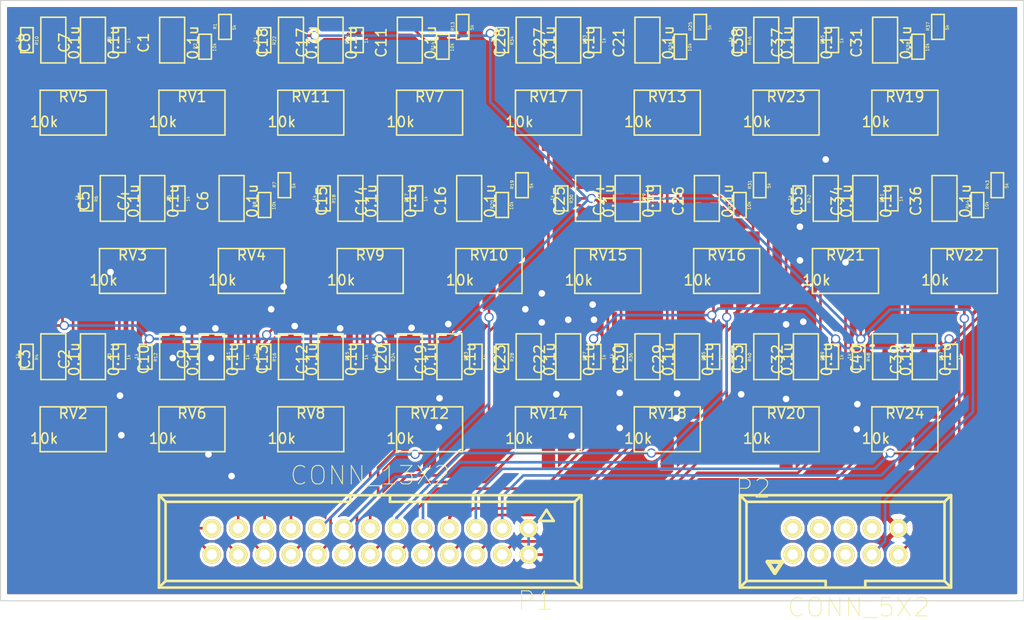
<source format=kicad_pcb>
(kicad_pcb (version 3) (host pcbnew "(2013-may-18)-stable")
  (layers (15 F.Cu signal) (0 B.Cu signal) (18 B.Paste user) (19 F.Paste user) (20 B.SilkS user) (21 F.SilkS user) (22 B.Mask user) (23 F.Mask user) (28 Edge.Cuts user))
  (net 0 "")
  (net 1 +5V)
  (net 2 -5V)
  (net 3 Ctrl1_1)
  (net 4 Ctrl1_2)
  (net 5 Ctrl1_3)
  (net 6 Ctrl1_4)
  (net 7 Ctrl2_1)
  (net 8 Ctrl2_2)
  (net 9 Ctrl2_3)
  (net 10 Ctrl2_4)
  (net 11 GND)
  (net 12 N-0000035)
  (net 13 N-0000036)
  (net 14 N-0000037)
  (net 15 N-0000038)
  (net 16 N-0000039)
  (net 17 N-0000040)
  (net 18 N-0000041)
  (net 19 N-0000042)
  (net 20 N-0000043)
  (net 21 N-0000044)
  (net 22 N-0000045)
  (net 23 N-0000046)
  (net 24 N-0000047)
  (net 25 N-0000048)
  (net 26 N-0000049)
  (net 27 N-0000050)
  (net 28 N-0000051)
  (net 29 N-0000052)
  (net 30 N-0000053)
  (net 31 N-0000054)
  (net 32 N-0000055)
  (net 33 N-0000056)
  (net 34 N-0000057)
  (net 35 N-0000058)
  (net 36 N-0000059)
  (net 37 N-0000060)
  (net 38 N-0000061)
  (net 39 N-0000062)
  (net 40 N-0000063)
  (net 41 N-0000064)
  (net 42 N-0000065)
  (net 43 N-0000066)
  (net 44 N-0000067)
  (net 45 N-0000068)
  (net 46 N-0000069)
  (net 47 N-0000070)
  (net 48 N-0000071)
  (net 49 N-0000072)
  (net 50 N-0000073)
  (net 51 N-0000074)
  (net 52 N-0000075)
  (net 53 N-0000076)
  (net 54 N-0000077)
  (net 55 N-0000078)
  (net 56 N-0000079)
  (net 57 N-0000080)
  (net 58 N-0000081)
  (net 59 N-0000082)
  (net 60 Off1_1)
  (net 61 Off1_2)
  (net 62 Off1_3)
  (net 63 Off1_4)
  (net 64 Off2_1)
  (net 65 Off2_2)
  (net 66 Off2_3)
  (net 67 Off2_4)
  (net 68 Off3_1)
  (net 69 Off3_2)
  (net 70 Off3_3)
  (net 71 Off3_4)
  (net 72 Off4_1)
  (net 73 Off4_2)
  (net 74 Off4_3)
  (net 75 Off4_4)
  (module RMCF0603 (layer F.Cu) (at 213.0425 134.9375 270)
    (fp_text reference R13 (at -0.05 0.95 270) (layer F.SilkS) (effects (font (size 0.3 0.3) (thickness 0.05))))
    (fp_text value 5k (at 0.05 -0.9 270) (layer F.SilkS) (effects (font (size 0.3 0.3) (thickness 0.05))))
    (pad 1 smd rect (at -0.65 0) (size 0.8 0.7) (layers F.Cu F.Paste F.Mask) (net 1 +5V))
    (pad 2 smd rect (at 0.65 0) (size 0.8 0.7) (layers F.Cu F.Paste F.Mask) (net 25 N-0000048))
  )
  (module RMCF0603 (layer F.Cu) (at 222.5675 151.4475 90)
    (fp_text reference R30 (at -0.05 0.95 90) (layer F.SilkS) (effects (font (size 0.3 0.3) (thickness 0.05))))
    (fp_text value 1k (at 0.05 -0.9 90) (layer F.SilkS) (effects (font (size 0.3 0.3) (thickness 0.05))))
    (pad 1 smd rect (at -0.65 0 180) (size 0.8 0.7) (layers F.Cu F.Paste F.Mask) (net 40 N-0000063))
    (pad 2 smd rect (at 0.65 0 180) (size 0.8 0.7) (layers F.Cu F.Paste F.Mask) (net 2 -5V))
  )
  (module RMCF0603 (layer F.Cu) (at 211.1375 136.8425 270)
    (fp_text reference R14 (at -0.05 0.95 270) (layer F.SilkS) (effects (font (size 0.3 0.3) (thickness 0.05))))
    (fp_text value 10k (at 0.05 -0.9 270) (layer F.SilkS) (effects (font (size 0.3 0.3) (thickness 0.05))))
    (pad 1 smd rect (at -0.65 0) (size 0.8 0.7) (layers F.Cu F.Paste F.Mask) (net 25 N-0000048))
    (pad 2 smd rect (at 0.65 0) (size 0.8 0.7) (layers F.Cu F.Paste F.Mask) (net 24 N-0000047))
  )
  (module RMCF0603 (layer F.Cu) (at 248.6025 166.6875 270)
    (fp_text reference R39 (at -0.05 0.95 270) (layer F.SilkS) (effects (font (size 0.3 0.3) (thickness 0.05))))
    (fp_text value 1k (at 0.05 -0.9 270) (layer F.SilkS) (effects (font (size 0.3 0.3) (thickness 0.05))))
    (pad 1 smd rect (at -0.65 0) (size 0.8 0.7) (layers F.Cu F.Paste F.Mask) (net 1 +5V))
    (pad 2 smd rect (at 0.65 0) (size 0.8 0.7) (layers F.Cu F.Paste F.Mask) (net 50 N-0000073))
  )
  (module RMCF0603 (layer F.Cu) (at 193.9925 166.6875 90)
    (fp_text reference R16 (at -0.05 0.95 90) (layer F.SilkS) (effects (font (size 0.3 0.3) (thickness 0.05))))
    (fp_text value 1k (at 0.05 -0.9 90) (layer F.SilkS) (effects (font (size 0.3 0.3) (thickness 0.05))))
    (pad 1 smd rect (at -0.65 0 180) (size 0.8 0.7) (layers F.Cu F.Paste F.Mask) (net 27 N-0000050))
    (pad 2 smd rect (at 0.65 0 180) (size 0.8 0.7) (layers F.Cu F.Paste F.Mask) (net 2 -5V))
  )
  (module RMCF0603 (layer F.Cu) (at 202.8825 166.6875 270)
    (fp_text reference R15 (at -0.05 0.95 270) (layer F.SilkS) (effects (font (size 0.3 0.3) (thickness 0.05))))
    (fp_text value 1k (at 0.05 -0.9 270) (layer F.SilkS) (effects (font (size 0.3 0.3) (thickness 0.05))))
    (pad 1 smd rect (at -0.65 0) (size 0.8 0.7) (layers F.Cu F.Paste F.Mask) (net 1 +5V))
    (pad 2 smd rect (at 0.65 0) (size 0.8 0.7) (layers F.Cu F.Paste F.Mask) (net 26 N-0000049))
  )
  (module RMCF0603 (layer F.Cu) (at 239.7125 166.6875 90)
    (fp_text reference R40 (at -0.05 0.95 90) (layer F.SilkS) (effects (font (size 0.3 0.3) (thickness 0.05))))
    (fp_text value 1k (at 0.05 -0.9 90) (layer F.SilkS) (effects (font (size 0.3 0.3) (thickness 0.05))))
    (pad 1 smd rect (at -0.65 0 180) (size 0.8 0.7) (layers F.Cu F.Paste F.Mask) (net 51 N-0000074))
    (pad 2 smd rect (at 0.65 0 180) (size 0.8 0.7) (layers F.Cu F.Paste F.Mask) (net 2 -5V))
  )
  (module RMCF0603 (layer F.Cu) (at 256.8575 136.8425 270)
    (fp_text reference R38 (at -0.05 0.95 270) (layer F.SilkS) (effects (font (size 0.3 0.3) (thickness 0.05))))
    (fp_text value 10k (at 0.05 -0.9 270) (layer F.SilkS) (effects (font (size 0.3 0.3) (thickness 0.05))))
    (pad 1 smd rect (at -0.65 0) (size 0.8 0.7) (layers F.Cu F.Paste F.Mask) (net 49 N-0000072))
    (pad 2 smd rect (at 0.65 0) (size 0.8 0.7) (layers F.Cu F.Paste F.Mask) (net 48 N-0000071))
  )
  (module RMCF0603 (layer F.Cu) (at 199.7075 151.4475 90)
    (fp_text reference R18 (at -0.05 0.95 90) (layer F.SilkS) (effects (font (size 0.3 0.3) (thickness 0.05))))
    (fp_text value 1k (at 0.05 -0.9 90) (layer F.SilkS) (effects (font (size 0.3 0.3) (thickness 0.05))))
    (pad 1 smd rect (at -0.65 0 180) (size 0.8 0.7) (layers F.Cu F.Paste F.Mask) (net 28 N-0000051))
    (pad 2 smd rect (at 0.65 0 180) (size 0.8 0.7) (layers F.Cu F.Paste F.Mask) (net 2 -5V))
  )
  (module RMCF0603 (layer F.Cu) (at 208.5975 151.4475 270)
    (fp_text reference R17 (at -0.05 0.95 270) (layer F.SilkS) (effects (font (size 0.3 0.3) (thickness 0.05))))
    (fp_text value 1k (at 0.05 -0.9 270) (layer F.SilkS) (effects (font (size 0.3 0.3) (thickness 0.05))))
    (pad 1 smd rect (at -0.65 0) (size 0.8 0.7) (layers F.Cu F.Paste F.Mask) (net 1 +5V))
    (pad 2 smd rect (at 0.65 0) (size 0.8 0.7) (layers F.Cu F.Paste F.Mask) (net 29 N-0000052))
  )
  (module RMCF0603 (layer F.Cu) (at 258.7625 134.9375 270)
    (fp_text reference R37 (at -0.05 0.95 270) (layer F.SilkS) (effects (font (size 0.3 0.3) (thickness 0.05))))
    (fp_text value 5k (at 0.05 -0.9 270) (layer F.SilkS) (effects (font (size 0.3 0.3) (thickness 0.05))))
    (pad 1 smd rect (at -0.65 0) (size 0.8 0.7) (layers F.Cu F.Paste F.Mask) (net 1 +5V))
    (pad 2 smd rect (at 0.65 0) (size 0.8 0.7) (layers F.Cu F.Paste F.Mask) (net 49 N-0000072))
  )
  (module RMCF0603 (layer F.Cu) (at 218.7575 150.1775 270)
    (fp_text reference R19 (at -0.05 0.95 270) (layer F.SilkS) (effects (font (size 0.3 0.3) (thickness 0.05))))
    (fp_text value 5k (at 0.05 -0.9 270) (layer F.SilkS) (effects (font (size 0.3 0.3) (thickness 0.05))))
    (pad 1 smd rect (at -0.65 0) (size 0.8 0.7) (layers F.Cu F.Paste F.Mask) (net 1 +5V))
    (pad 2 smd rect (at 0.65 0) (size 0.8 0.7) (layers F.Cu F.Paste F.Mask) (net 31 N-0000054))
  )
  (module RMCF0603 (layer F.Cu) (at 216.8525 152.0825 270)
    (fp_text reference R20 (at -0.05 0.95 270) (layer F.SilkS) (effects (font (size 0.3 0.3) (thickness 0.05))))
    (fp_text value 10k (at 0.05 -0.9 270) (layer F.SilkS) (effects (font (size 0.3 0.3) (thickness 0.05))))
    (pad 1 smd rect (at -0.65 0) (size 0.8 0.7) (layers F.Cu F.Paste F.Mask) (net 31 N-0000054))
    (pad 2 smd rect (at 0.65 0) (size 0.8 0.7) (layers F.Cu F.Paste F.Mask) (net 30 N-0000053))
  )
  (module RMCF0603 (layer F.Cu) (at 237.1725 166.6875 270)
    (fp_text reference R35 (at -0.05 0.95 270) (layer F.SilkS) (effects (font (size 0.3 0.3) (thickness 0.05))))
    (fp_text value 1k (at 0.05 -0.9 270) (layer F.SilkS) (effects (font (size 0.3 0.3) (thickness 0.05))))
    (pad 1 smd rect (at -0.65 0) (size 0.8 0.7) (layers F.Cu F.Paste F.Mask) (net 1 +5V))
    (pad 2 smd rect (at 0.65 0) (size 0.8 0.7) (layers F.Cu F.Paste F.Mask) (net 46 N-0000069))
  )
  (module RMCF0603 (layer F.Cu) (at 228.2825 166.6875 90)
    (fp_text reference R36 (at -0.05 0.95 90) (layer F.SilkS) (effects (font (size 0.3 0.3) (thickness 0.05))))
    (fp_text value 1k (at 0.05 -0.9 90) (layer F.SilkS) (effects (font (size 0.3 0.3) (thickness 0.05))))
    (pad 1 smd rect (at -0.65 0 180) (size 0.8 0.7) (layers F.Cu F.Paste F.Mask) (net 47 N-0000070))
    (pad 2 smd rect (at 0.65 0 180) (size 0.8 0.7) (layers F.Cu F.Paste F.Mask) (net 2 -5V))
  )
  (module RMCF0603 (layer F.Cu) (at 193.9925 136.2075 90)
    (fp_text reference R22 (at -0.05 0.95 90) (layer F.SilkS) (effects (font (size 0.3 0.3) (thickness 0.05))))
    (fp_text value 1k (at 0.05 -0.9 90) (layer F.SilkS) (effects (font (size 0.3 0.3) (thickness 0.05))))
    (pad 1 smd rect (at -0.65 0 180) (size 0.8 0.7) (layers F.Cu F.Paste F.Mask) (net 33 N-0000056))
    (pad 2 smd rect (at 0.65 0 180) (size 0.8 0.7) (layers F.Cu F.Paste F.Mask) (net 2 -5V))
  )
  (module RMCF0603 (layer F.Cu) (at 202.8825 136.2075 270)
    (fp_text reference R21 (at -0.05 0.95 270) (layer F.SilkS) (effects (font (size 0.3 0.3) (thickness 0.05))))
    (fp_text value 1k (at 0.05 -0.9 270) (layer F.SilkS) (effects (font (size 0.3 0.3) (thickness 0.05))))
    (pad 1 smd rect (at -0.65 0) (size 0.8 0.7) (layers F.Cu F.Paste F.Mask) (net 1 +5V))
    (pad 2 smd rect (at 0.65 0) (size 0.8 0.7) (layers F.Cu F.Paste F.Mask) (net 32 N-0000055))
  )
  (module RMCF0603 (layer F.Cu) (at 225.7425 136.2075 270)
    (fp_text reference R33 (at -0.05 0.95 270) (layer F.SilkS) (effects (font (size 0.3 0.3) (thickness 0.05))))
    (fp_text value 1k (at 0.05 -0.9 270) (layer F.SilkS) (effects (font (size 0.3 0.3) (thickness 0.05))))
    (pad 1 smd rect (at -0.65 0) (size 0.8 0.7) (layers F.Cu F.Paste F.Mask) (net 1 +5V))
    (pad 2 smd rect (at 0.65 0) (size 0.8 0.7) (layers F.Cu F.Paste F.Mask) (net 44 N-0000067))
  )
  (module RMCF0603 (layer F.Cu) (at 205.4225 166.6875 90)
    (fp_text reference R24 (at -0.05 0.95 90) (layer F.SilkS) (effects (font (size 0.3 0.3) (thickness 0.05))))
    (fp_text value 1k (at 0.05 -0.9 90) (layer F.SilkS) (effects (font (size 0.3 0.3) (thickness 0.05))))
    (pad 1 smd rect (at -0.65 0 180) (size 0.8 0.7) (layers F.Cu F.Paste F.Mask) (net 34 N-0000057))
    (pad 2 smd rect (at 0.65 0 180) (size 0.8 0.7) (layers F.Cu F.Paste F.Mask) (net 2 -5V))
  )
  (module RMCF0603 (layer F.Cu) (at 214.3125 166.6875 270)
    (fp_text reference R23 (at -0.05 0.95 270) (layer F.SilkS) (effects (font (size 0.3 0.3) (thickness 0.05))))
    (fp_text value 1k (at 0.05 -0.9 270) (layer F.SilkS) (effects (font (size 0.3 0.3) (thickness 0.05))))
    (pad 1 smd rect (at -0.65 0) (size 0.8 0.7) (layers F.Cu F.Paste F.Mask) (net 1 +5V))
    (pad 2 smd rect (at 0.65 0) (size 0.8 0.7) (layers F.Cu F.Paste F.Mask) (net 35 N-0000058))
  )
  (module RMCF0603 (layer F.Cu) (at 216.8525 136.2075 90)
    (fp_text reference R34 (at -0.05 0.95 90) (layer F.SilkS) (effects (font (size 0.3 0.3) (thickness 0.05))))
    (fp_text value 1k (at 0.05 -0.9 90) (layer F.SilkS) (effects (font (size 0.3 0.3) (thickness 0.05))))
    (pad 1 smd rect (at -0.65 0 180) (size 0.8 0.7) (layers F.Cu F.Paste F.Mask) (net 45 N-0000068))
    (pad 2 smd rect (at 0.65 0 180) (size 0.8 0.7) (layers F.Cu F.Paste F.Mask) (net 2 -5V))
  )
  (module RMCF0603 (layer F.Cu) (at 239.7125 152.0825 270)
    (fp_text reference R32 (at -0.05 0.95 270) (layer F.SilkS) (effects (font (size 0.3 0.3) (thickness 0.05))))
    (fp_text value 10k (at 0.05 -0.9 270) (layer F.SilkS) (effects (font (size 0.3 0.3) (thickness 0.05))))
    (pad 1 smd rect (at -0.65 0) (size 0.8 0.7) (layers F.Cu F.Paste F.Mask) (net 43 N-0000066))
    (pad 2 smd rect (at 0.65 0) (size 0.8 0.7) (layers F.Cu F.Paste F.Mask) (net 42 N-0000065))
  )
  (module RMCF0603 (layer F.Cu) (at 235.9025 134.9375 270)
    (fp_text reference R25 (at -0.05 0.95 270) (layer F.SilkS) (effects (font (size 0.3 0.3) (thickness 0.05))))
    (fp_text value 5k (at 0.05 -0.9 270) (layer F.SilkS) (effects (font (size 0.3 0.3) (thickness 0.05))))
    (pad 1 smd rect (at -0.65 0) (size 0.8 0.7) (layers F.Cu F.Paste F.Mask) (net 1 +5V))
    (pad 2 smd rect (at 0.65 0) (size 0.8 0.7) (layers F.Cu F.Paste F.Mask) (net 37 N-0000060))
  )
  (module RMCF0603 (layer F.Cu) (at 233.9975 136.8425 270)
    (fp_text reference R26 (at -0.05 0.95 270) (layer F.SilkS) (effects (font (size 0.3 0.3) (thickness 0.05))))
    (fp_text value 10k (at 0.05 -0.9 270) (layer F.SilkS) (effects (font (size 0.3 0.3) (thickness 0.05))))
    (pad 1 smd rect (at -0.65 0) (size 0.8 0.7) (layers F.Cu F.Paste F.Mask) (net 37 N-0000060))
    (pad 2 smd rect (at 0.65 0) (size 0.8 0.7) (layers F.Cu F.Paste F.Mask) (net 36 N-0000059))
  )
  (module RMCF0603 (layer F.Cu) (at 241.6175 150.1775 270)
    (fp_text reference R31 (at -0.05 0.95 270) (layer F.SilkS) (effects (font (size 0.3 0.3) (thickness 0.05))))
    (fp_text value 5k (at 0.05 -0.9 270) (layer F.SilkS) (effects (font (size 0.3 0.3) (thickness 0.05))))
    (pad 1 smd rect (at -0.65 0) (size 0.8 0.7) (layers F.Cu F.Paste F.Mask) (net 1 +5V))
    (pad 2 smd rect (at 0.65 0) (size 0.8 0.7) (layers F.Cu F.Paste F.Mask) (net 43 N-0000066))
  )
  (module RMCF0603 (layer F.Cu) (at 216.8525 166.6875 90)
    (fp_text reference R28 (at -0.05 0.95 90) (layer F.SilkS) (effects (font (size 0.3 0.3) (thickness 0.05))))
    (fp_text value 1k (at 0.05 -0.9 90) (layer F.SilkS) (effects (font (size 0.3 0.3) (thickness 0.05))))
    (pad 1 smd rect (at -0.65 0 180) (size 0.8 0.7) (layers F.Cu F.Paste F.Mask) (net 39 N-0000062))
    (pad 2 smd rect (at 0.65 0 180) (size 0.8 0.7) (layers F.Cu F.Paste F.Mask) (net 2 -5V))
  )
  (module RMCF0603 (layer F.Cu) (at 225.7425 166.6875 270)
    (fp_text reference R27 (at -0.05 0.95 270) (layer F.SilkS) (effects (font (size 0.3 0.3) (thickness 0.05))))
    (fp_text value 1k (at 0.05 -0.9 270) (layer F.SilkS) (effects (font (size 0.3 0.3) (thickness 0.05))))
    (pad 1 smd rect (at -0.65 0) (size 0.8 0.7) (layers F.Cu F.Paste F.Mask) (net 1 +5V))
    (pad 2 smd rect (at 0.65 0) (size 0.8 0.7) (layers F.Cu F.Paste F.Mask) (net 38 N-0000061))
  )
  (module RMCF0603 (layer F.Cu) (at 231.4575 151.4475 270)
    (fp_text reference R29 (at -0.05 0.95 270) (layer F.SilkS) (effects (font (size 0.3 0.3) (thickness 0.05))))
    (fp_text value 1k (at 0.05 -0.9 270) (layer F.SilkS) (effects (font (size 0.3 0.3) (thickness 0.05))))
    (pad 1 smd rect (at -0.65 0) (size 0.8 0.7) (layers F.Cu F.Paste F.Mask) (net 1 +5V))
    (pad 2 smd rect (at 0.65 0) (size 0.8 0.7) (layers F.Cu F.Paste F.Mask) (net 41 N-0000064))
  )
  (module RMCF0603 (layer F.Cu) (at 245.4275 151.4475 90)
    (fp_text reference R42 (at -0.05 0.95 90) (layer F.SilkS) (effects (font (size 0.3 0.3) (thickness 0.05))))
    (fp_text value 1k (at 0.05 -0.9 90) (layer F.SilkS) (effects (font (size 0.3 0.3) (thickness 0.05))))
    (pad 1 smd rect (at -0.65 0 180) (size 0.8 0.7) (layers F.Cu F.Paste F.Mask) (net 53 N-0000076))
    (pad 2 smd rect (at 0.65 0 180) (size 0.8 0.7) (layers F.Cu F.Paste F.Mask) (net 2 -5V))
  )
  (module RMCF0603 (layer F.Cu) (at 190.1825 134.9375 270)
    (fp_text reference R1 (at -0.05 0.95 270) (layer F.SilkS) (effects (font (size 0.3 0.3) (thickness 0.05))))
    (fp_text value 5k (at 0.05 -0.9 270) (layer F.SilkS) (effects (font (size 0.3 0.3) (thickness 0.05))))
    (pad 1 smd rect (at -0.65 0) (size 0.8 0.7) (layers F.Cu F.Paste F.Mask) (net 1 +5V))
    (pad 2 smd rect (at 0.65 0) (size 0.8 0.7) (layers F.Cu F.Paste F.Mask) (net 13 N-0000036))
  )
  (module RMCF0603 (layer F.Cu) (at 188.2775 136.8425 270)
    (fp_text reference R2 (at -0.05 0.95 270) (layer F.SilkS) (effects (font (size 0.3 0.3) (thickness 0.05))))
    (fp_text value 10k (at 0.05 -0.9 270) (layer F.SilkS) (effects (font (size 0.3 0.3) (thickness 0.05))))
    (pad 1 smd rect (at -0.65 0) (size 0.8 0.7) (layers F.Cu F.Paste F.Mask) (net 13 N-0000036))
    (pad 2 smd rect (at 0.65 0) (size 0.8 0.7) (layers F.Cu F.Paste F.Mask) (net 12 N-0000035))
  )
  (module RMCF0603 (layer F.Cu) (at 171.1325 166.6875 90)
    (fp_text reference R4 (at -0.05 0.95 90) (layer F.SilkS) (effects (font (size 0.3 0.3) (thickness 0.05))))
    (fp_text value 1k (at 0.05 -0.9 90) (layer F.SilkS) (effects (font (size 0.3 0.3) (thickness 0.05))))
    (pad 1 smd rect (at -0.65 0 180) (size 0.8 0.7) (layers F.Cu F.Paste F.Mask) (net 14 N-0000037))
    (pad 2 smd rect (at 0.65 0 180) (size 0.8 0.7) (layers F.Cu F.Paste F.Mask) (net 2 -5V))
  )
  (module RMCF0603 (layer F.Cu) (at 180.0225 166.6875 270)
    (fp_text reference R3 (at -0.05 0.95 270) (layer F.SilkS) (effects (font (size 0.3 0.3) (thickness 0.05))))
    (fp_text value 1k (at 0.05 -0.9 270) (layer F.SilkS) (effects (font (size 0.3 0.3) (thickness 0.05))))
    (pad 1 smd rect (at -0.65 0) (size 0.8 0.7) (layers F.Cu F.Paste F.Mask) (net 1 +5V))
    (pad 2 smd rect (at 0.65 0) (size 0.8 0.7) (layers F.Cu F.Paste F.Mask) (net 15 N-0000038))
  )
  (module RMCF0603 (layer F.Cu) (at 260.0325 166.6875 270)
    (fp_text reference R47 (at -0.05 0.95 270) (layer F.SilkS) (effects (font (size 0.3 0.3) (thickness 0.05))))
    (fp_text value 1k (at 0.05 -0.9 270) (layer F.SilkS) (effects (font (size 0.3 0.3) (thickness 0.05))))
    (pad 1 smd rect (at -0.65 0) (size 0.8 0.7) (layers F.Cu F.Paste F.Mask) (net 1 +5V))
    (pad 2 smd rect (at 0.65 0) (size 0.8 0.7) (layers F.Cu F.Paste F.Mask) (net 58 N-0000081))
  )
  (module RMCF0603 (layer F.Cu) (at 251.1425 166.6875 90)
    (fp_text reference R48 (at -0.05 0.95 90) (layer F.SilkS) (effects (font (size 0.3 0.3) (thickness 0.05))))
    (fp_text value 1k (at 0.05 -0.9 90) (layer F.SilkS) (effects (font (size 0.3 0.3) (thickness 0.05))))
    (pad 1 smd rect (at -0.65 0 180) (size 0.8 0.7) (layers F.Cu F.Paste F.Mask) (net 59 N-0000082))
    (pad 2 smd rect (at 0.65 0 180) (size 0.8 0.7) (layers F.Cu F.Paste F.Mask) (net 2 -5V))
  )
  (module RMCF0603 (layer F.Cu) (at 176.8475 151.4475 90)
    (fp_text reference R6 (at -0.05 0.95 90) (layer F.SilkS) (effects (font (size 0.3 0.3) (thickness 0.05))))
    (fp_text value 1k (at 0.05 -0.9 90) (layer F.SilkS) (effects (font (size 0.3 0.3) (thickness 0.05))))
    (pad 1 smd rect (at -0.65 0 180) (size 0.8 0.7) (layers F.Cu F.Paste F.Mask) (net 17 N-0000040))
    (pad 2 smd rect (at 0.65 0 180) (size 0.8 0.7) (layers F.Cu F.Paste F.Mask) (net 2 -5V))
  )
  (module RMCF0603 (layer F.Cu) (at 185.7375 151.4475 270)
    (fp_text reference R5 (at -0.05 0.95 270) (layer F.SilkS) (effects (font (size 0.3 0.3) (thickness 0.05))))
    (fp_text value 1k (at 0.05 -0.9 270) (layer F.SilkS) (effects (font (size 0.3 0.3) (thickness 0.05))))
    (pad 1 smd rect (at -0.65 0) (size 0.8 0.7) (layers F.Cu F.Paste F.Mask) (net 1 +5V))
    (pad 2 smd rect (at 0.65 0) (size 0.8 0.7) (layers F.Cu F.Paste F.Mask) (net 16 N-0000039))
  )
  (module RMCF0603 (layer F.Cu) (at 248.6025 136.2075 270)
    (fp_text reference R45 (at -0.05 0.95 270) (layer F.SilkS) (effects (font (size 0.3 0.3) (thickness 0.05))))
    (fp_text value 1k (at 0.05 -0.9 270) (layer F.SilkS) (effects (font (size 0.3 0.3) (thickness 0.05))))
    (pad 1 smd rect (at -0.65 0) (size 0.8 0.7) (layers F.Cu F.Paste F.Mask) (net 1 +5V))
    (pad 2 smd rect (at 0.65 0) (size 0.8 0.7) (layers F.Cu F.Paste F.Mask) (net 56 N-0000079))
  )
  (module RMCF0603 (layer F.Cu) (at 239.7125 136.2075 90)
    (fp_text reference R46 (at -0.05 0.95 90) (layer F.SilkS) (effects (font (size 0.3 0.3) (thickness 0.05))))
    (fp_text value 1k (at 0.05 -0.9 90) (layer F.SilkS) (effects (font (size 0.3 0.3) (thickness 0.05))))
    (pad 1 smd rect (at -0.65 0 180) (size 0.8 0.7) (layers F.Cu F.Paste F.Mask) (net 57 N-0000080))
    (pad 2 smd rect (at 0.65 0 180) (size 0.8 0.7) (layers F.Cu F.Paste F.Mask) (net 2 -5V))
  )
  (module RMCF0603 (layer F.Cu) (at 195.8975 150.1775 270)
    (fp_text reference R7 (at -0.05 0.95 270) (layer F.SilkS) (effects (font (size 0.3 0.3) (thickness 0.05))))
    (fp_text value 5k (at 0.05 -0.9 270) (layer F.SilkS) (effects (font (size 0.3 0.3) (thickness 0.05))))
    (pad 1 smd rect (at -0.65 0) (size 0.8 0.7) (layers F.Cu F.Paste F.Mask) (net 1 +5V))
    (pad 2 smd rect (at 0.65 0) (size 0.8 0.7) (layers F.Cu F.Paste F.Mask) (net 19 N-0000042))
  )
  (module RMCF0603 (layer F.Cu) (at 193.9925 152.0825 270)
    (fp_text reference R8 (at -0.05 0.95 270) (layer F.SilkS) (effects (font (size 0.3 0.3) (thickness 0.05))))
    (fp_text value 10k (at 0.05 -0.9 270) (layer F.SilkS) (effects (font (size 0.3 0.3) (thickness 0.05))))
    (pad 1 smd rect (at -0.65 0) (size 0.8 0.7) (layers F.Cu F.Paste F.Mask) (net 19 N-0000042))
    (pad 2 smd rect (at 0.65 0) (size 0.8 0.7) (layers F.Cu F.Paste F.Mask) (net 18 N-0000041))
  )
  (module RMCF0603 (layer F.Cu) (at 262.5725 152.0825 270)
    (fp_text reference R44 (at -0.05 0.95 270) (layer F.SilkS) (effects (font (size 0.3 0.3) (thickness 0.05))))
    (fp_text value 10k (at 0.05 -0.9 270) (layer F.SilkS) (effects (font (size 0.3 0.3) (thickness 0.05))))
    (pad 1 smd rect (at -0.65 0) (size 0.8 0.7) (layers F.Cu F.Paste F.Mask) (net 55 N-0000078))
    (pad 2 smd rect (at 0.65 0) (size 0.8 0.7) (layers F.Cu F.Paste F.Mask) (net 54 N-0000077))
  )
  (module RMCF0603 (layer F.Cu) (at 171.1325 136.2075 90)
    (fp_text reference R10 (at -0.05 0.95 90) (layer F.SilkS) (effects (font (size 0.3 0.3) (thickness 0.05))))
    (fp_text value 1k (at 0.05 -0.9 90) (layer F.SilkS) (effects (font (size 0.3 0.3) (thickness 0.05))))
    (pad 1 smd rect (at -0.65 0 180) (size 0.8 0.7) (layers F.Cu F.Paste F.Mask) (net 21 N-0000044))
    (pad 2 smd rect (at 0.65 0 180) (size 0.8 0.7) (layers F.Cu F.Paste F.Mask) (net 2 -5V))
  )
  (module RMCF0603 (layer F.Cu) (at 180.0225 136.2075 270)
    (fp_text reference R9 (at -0.05 0.95 270) (layer F.SilkS) (effects (font (size 0.3 0.3) (thickness 0.05))))
    (fp_text value 1k (at 0.05 -0.9 270) (layer F.SilkS) (effects (font (size 0.3 0.3) (thickness 0.05))))
    (pad 1 smd rect (at -0.65 0) (size 0.8 0.7) (layers F.Cu F.Paste F.Mask) (net 1 +5V))
    (pad 2 smd rect (at 0.65 0) (size 0.8 0.7) (layers F.Cu F.Paste F.Mask) (net 20 N-0000043))
  )
  (module RMCF0603 (layer F.Cu) (at 264.4775 150.1775 270)
    (fp_text reference R43 (at -0.05 0.95 270) (layer F.SilkS) (effects (font (size 0.3 0.3) (thickness 0.05))))
    (fp_text value 5k (at 0.05 -0.9 270) (layer F.SilkS) (effects (font (size 0.3 0.3) (thickness 0.05))))
    (pad 1 smd rect (at -0.65 0) (size 0.8 0.7) (layers F.Cu F.Paste F.Mask) (net 1 +5V))
    (pad 2 smd rect (at 0.65 0) (size 0.8 0.7) (layers F.Cu F.Paste F.Mask) (net 55 N-0000078))
  )
  (module RMCF0603 (layer F.Cu) (at 254.3175 151.4475 270)
    (fp_text reference R41 (at -0.05 0.95 270) (layer F.SilkS) (effects (font (size 0.3 0.3) (thickness 0.05))))
    (fp_text value 1k (at 0.05 -0.9 270) (layer F.SilkS) (effects (font (size 0.3 0.3) (thickness 0.05))))
    (pad 1 smd rect (at -0.65 0) (size 0.8 0.7) (layers F.Cu F.Paste F.Mask) (net 1 +5V))
    (pad 2 smd rect (at 0.65 0) (size 0.8 0.7) (layers F.Cu F.Paste F.Mask) (net 52 N-0000075))
  )
  (module RMCF0603 (layer F.Cu) (at 191.4525 166.6875 270)
    (fp_text reference R11 (at -0.05 0.95 270) (layer F.SilkS) (effects (font (size 0.3 0.3) (thickness 0.05))))
    (fp_text value 1k (at 0.05 -0.9 270) (layer F.SilkS) (effects (font (size 0.3 0.3) (thickness 0.05))))
    (pad 1 smd rect (at -0.65 0) (size 0.8 0.7) (layers F.Cu F.Paste F.Mask) (net 1 +5V))
    (pad 2 smd rect (at 0.65 0) (size 0.8 0.7) (layers F.Cu F.Paste F.Mask) (net 23 N-0000046))
  )
  (module RMCF0603 (layer F.Cu) (at 182.5625 166.6875 90)
    (fp_text reference R12 (at -0.05 0.95 90) (layer F.SilkS) (effects (font (size 0.3 0.3) (thickness 0.05))))
    (fp_text value 1k (at 0.05 -0.9 90) (layer F.SilkS) (effects (font (size 0.3 0.3) (thickness 0.05))))
    (pad 1 smd rect (at -0.65 0 180) (size 0.8 0.7) (layers F.Cu F.Paste F.Mask) (net 22 N-0000045))
    (pad 2 smd rect (at 0.65 0 180) (size 0.8 0.7) (layers F.Cu F.Paste F.Mask) (net 2 -5V))
  )
  (module C1206C (layer F.Cu) (at 242.2525 136.2075 270)
    (fp_text reference C38 (at 0.25 2.75 270) (layer F.SilkS))
    (fp_text value 0.1u (at 0.25 -2 270) (layer F.SilkS))
    (pad 1 smd rect (at -1.45 0 270) (size 1.1 2) (layers F.Cu F.Paste F.Mask) (net 11 GND))
    (pad 2 smd rect (at 1.45 0 270) (size 1.1 2) (layers F.Cu F.Paste F.Mask) (net 57 N-0000080))
  )
  (module C1206C (layer F.Cu) (at 253.6825 166.6875 270)
    (fp_text reference C40 (at 0.25 2.75 270) (layer F.SilkS))
    (fp_text value 0.1u (at 0.25 -2 270) (layer F.SilkS))
    (pad 1 smd rect (at -1.45 0 270) (size 1.1 2) (layers F.Cu F.Paste F.Mask) (net 11 GND))
    (pad 2 smd rect (at 1.45 0 270) (size 1.1 2) (layers F.Cu F.Paste F.Mask) (net 59 N-0000082))
  )
  (module C1206C (layer F.Cu) (at 242.2525 166.6875 270)
    (fp_text reference C33 (at 0.25 2.75 270) (layer F.SilkS))
    (fp_text value 0.1u (at 0.25 -2 270) (layer F.SilkS))
    (pad 1 smd rect (at -1.45 0 270) (size 1.1 2) (layers F.Cu F.Paste F.Mask) (net 11 GND))
    (pad 2 smd rect (at 1.45 0 270) (size 1.1 2) (layers F.Cu F.Paste F.Mask) (net 51 N-0000074))
  )
  (module C1206C (layer F.Cu) (at 228.9175 151.4475 270)
    (fp_text reference C24 (at 0.25 2.75 270) (layer F.SilkS))
    (fp_text value 0.1u (at 0.25 -2 270) (layer F.SilkS))
    (pad 1 smd rect (at -1.45 0 270) (size 1.1 2) (layers F.Cu F.Paste F.Mask) (net 11 GND))
    (pad 2 smd rect (at 1.45 0 270) (size 1.1 2) (layers F.Cu F.Paste F.Mask) (net 41 N-0000064))
  )
  (module C1206C (layer F.Cu) (at 246.0625 166.6875 270)
    (fp_text reference C32 (at 0.25 2.75 270) (layer F.SilkS))
    (fp_text value 0.1u (at 0.25 -2 270) (layer F.SilkS))
    (pad 1 smd rect (at -1.45 0 270) (size 1.1 2) (layers F.Cu F.Paste F.Mask) (net 11 GND))
    (pad 2 smd rect (at 1.45 0 270) (size 1.1 2) (layers F.Cu F.Paste F.Mask) (net 50 N-0000073))
  )
  (module C1206C (layer F.Cu) (at 257.4925 166.6875 270)
    (fp_text reference C39 (at 0.25 2.75 270) (layer F.SilkS))
    (fp_text value 0.1u (at 0.25 -2 270) (layer F.SilkS))
    (pad 1 smd rect (at -1.45 0 270) (size 1.1 2) (layers F.Cu F.Paste F.Mask) (net 11 GND))
    (pad 2 smd rect (at 1.45 0 270) (size 1.1 2) (layers F.Cu F.Paste F.Mask) (net 58 N-0000081))
  )
  (module C1206C (layer F.Cu) (at 225.1075 151.4475 270)
    (fp_text reference C25 (at 0.25 2.75 270) (layer F.SilkS))
    (fp_text value 0.1u (at 0.25 -2 270) (layer F.SilkS))
    (pad 1 smd rect (at -1.45 0 270) (size 1.1 2) (layers F.Cu F.Paste F.Mask) (net 11 GND))
    (pad 2 smd rect (at 1.45 0 270) (size 1.1 2) (layers F.Cu F.Paste F.Mask) (net 40 N-0000063))
  )
  (module C1206C (layer F.Cu) (at 251.7775 151.4475 270)
    (fp_text reference C34 (at 0.25 2.75 270) (layer F.SilkS))
    (fp_text value 0.1u (at 0.25 -2 270) (layer F.SilkS))
    (pad 1 smd rect (at -1.45 0 270) (size 1.1 2) (layers F.Cu F.Paste F.Mask) (net 11 GND))
    (pad 2 smd rect (at 1.45 0 270) (size 1.1 2) (layers F.Cu F.Paste F.Mask) (net 52 N-0000075))
  )
  (module C1206C (layer F.Cu) (at 236.5375 151.4475 270)
    (fp_text reference C26 (at 0.25 2.75 270) (layer F.SilkS))
    (fp_text value 0.1u (at 0.25 -2 270) (layer F.SilkS))
    (pad 1 smd rect (at -1.45 0 270) (size 1.1 2) (layers F.Cu F.Paste F.Mask) (net 42 N-0000065))
    (pad 2 smd rect (at 1.45 0 270) (size 1.1 2) (layers F.Cu F.Paste F.Mask) (net 11 GND))
  )
  (module C1206C (layer F.Cu) (at 234.6325 166.6875 270)
    (fp_text reference C29 (at 0.25 2.75 270) (layer F.SilkS))
    (fp_text value 0.1u (at 0.25 -2 270) (layer F.SilkS))
    (pad 1 smd rect (at -1.45 0 270) (size 1.1 2) (layers F.Cu F.Paste F.Mask) (net 11 GND))
    (pad 2 smd rect (at 1.45 0 270) (size 1.1 2) (layers F.Cu F.Paste F.Mask) (net 46 N-0000069))
  )
  (module C1206C (layer F.Cu) (at 253.6825 136.2075 270)
    (fp_text reference C31 (at 0.25 2.75 270) (layer F.SilkS))
    (fp_text value 0.1u (at 0.25 -2 270) (layer F.SilkS))
    (pad 1 smd rect (at -1.45 0 270) (size 1.1 2) (layers F.Cu F.Paste F.Mask) (net 48 N-0000071))
    (pad 2 smd rect (at 1.45 0 270) (size 1.1 2) (layers F.Cu F.Paste F.Mask) (net 11 GND))
  )
  (module C1206C (layer F.Cu) (at 247.9675 151.4475 270)
    (fp_text reference C35 (at 0.25 2.75 270) (layer F.SilkS))
    (fp_text value 0.1u (at 0.25 -2 270) (layer F.SilkS))
    (pad 1 smd rect (at -1.45 0 270) (size 1.1 2) (layers F.Cu F.Paste F.Mask) (net 11 GND))
    (pad 2 smd rect (at 1.45 0 270) (size 1.1 2) (layers F.Cu F.Paste F.Mask) (net 53 N-0000076))
  )
  (module C1206C (layer F.Cu) (at 246.0625 136.2075 270)
    (fp_text reference C37 (at 0.25 2.75 270) (layer F.SilkS))
    (fp_text value 0.1u (at 0.25 -2 270) (layer F.SilkS))
    (pad 1 smd rect (at -1.45 0 270) (size 1.1 2) (layers F.Cu F.Paste F.Mask) (net 11 GND))
    (pad 2 smd rect (at 1.45 0 270) (size 1.1 2) (layers F.Cu F.Paste F.Mask) (net 56 N-0000079))
  )
  (module C1206C (layer F.Cu) (at 223.2025 136.2075 270)
    (fp_text reference C27 (at 0.25 2.75 270) (layer F.SilkS))
    (fp_text value 0.1u (at 0.25 -2 270) (layer F.SilkS))
    (pad 1 smd rect (at -1.45 0 270) (size 1.1 2) (layers F.Cu F.Paste F.Mask) (net 11 GND))
    (pad 2 smd rect (at 1.45 0 270) (size 1.1 2) (layers F.Cu F.Paste F.Mask) (net 44 N-0000067))
  )
  (module C1206C (layer F.Cu) (at 219.3925 136.2075 270)
    (fp_text reference C28 (at 0.25 2.75 270) (layer F.SilkS))
    (fp_text value 0.1u (at 0.25 -2 270) (layer F.SilkS))
    (pad 1 smd rect (at -1.45 0 270) (size 1.1 2) (layers F.Cu F.Paste F.Mask) (net 11 GND))
    (pad 2 smd rect (at 1.45 0 270) (size 1.1 2) (layers F.Cu F.Paste F.Mask) (net 45 N-0000068))
  )
  (module C1206C (layer F.Cu) (at 230.8225 166.6875 270)
    (fp_text reference C30 (at 0.25 2.75 270) (layer F.SilkS))
    (fp_text value 0.1u (at 0.25 -2 270) (layer F.SilkS))
    (pad 1 smd rect (at -1.45 0 270) (size 1.1 2) (layers F.Cu F.Paste F.Mask) (net 11 GND))
    (pad 2 smd rect (at 1.45 0 270) (size 1.1 2) (layers F.Cu F.Paste F.Mask) (net 47 N-0000070))
  )
  (module C1206C (layer F.Cu) (at 259.3975 151.4475 270)
    (fp_text reference C36 (at 0.25 2.75 270) (layer F.SilkS))
    (fp_text value 0.1u (at 0.25 -2 270) (layer F.SilkS))
    (pad 1 smd rect (at -1.45 0 270) (size 1.1 2) (layers F.Cu F.Paste F.Mask) (net 54 N-0000077))
    (pad 2 smd rect (at 1.45 0 270) (size 1.1 2) (layers F.Cu F.Paste F.Mask) (net 11 GND))
  )
  (module C1206C (layer F.Cu) (at 223.2025 166.6875 270)
    (fp_text reference C22 (at 0.25 2.75 270) (layer F.SilkS))
    (fp_text value 0.1u (at 0.25 -2 270) (layer F.SilkS))
    (pad 1 smd rect (at -1.45 0 270) (size 1.1 2) (layers F.Cu F.Paste F.Mask) (net 11 GND))
    (pad 2 smd rect (at 1.45 0 270) (size 1.1 2) (layers F.Cu F.Paste F.Mask) (net 38 N-0000061))
  )
  (module C1206C (layer F.Cu) (at 173.6725 136.2075 270)
    (fp_text reference C8 (at 0.25 2.75 270) (layer F.SilkS))
    (fp_text value 0.1u (at 0.25 -2 270) (layer F.SilkS))
    (pad 1 smd rect (at -1.45 0 270) (size 1.1 2) (layers F.Cu F.Paste F.Mask) (net 11 GND))
    (pad 2 smd rect (at 1.45 0 270) (size 1.1 2) (layers F.Cu F.Paste F.Mask) (net 21 N-0000044))
  )
  (module C1206C (layer F.Cu) (at 177.4825 136.2075 270)
    (fp_text reference C7 (at 0.25 2.75 270) (layer F.SilkS))
    (fp_text value 0.1u (at 0.25 -2 270) (layer F.SilkS))
    (pad 1 smd rect (at -1.45 0 270) (size 1.1 2) (layers F.Cu F.Paste F.Mask) (net 11 GND))
    (pad 2 smd rect (at 1.45 0 270) (size 1.1 2) (layers F.Cu F.Paste F.Mask) (net 20 N-0000043))
  )
  (module C1206C (layer F.Cu) (at 188.9125 166.6875 270)
    (fp_text reference C9 (at 0.25 2.75 270) (layer F.SilkS))
    (fp_text value 0.1u (at 0.25 -2 270) (layer F.SilkS))
    (pad 1 smd rect (at -1.45 0 270) (size 1.1 2) (layers F.Cu F.Paste F.Mask) (net 11 GND))
    (pad 2 smd rect (at 1.45 0 270) (size 1.1 2) (layers F.Cu F.Paste F.Mask) (net 23 N-0000046))
  )
  (module C1206C (layer F.Cu) (at 185.1025 166.6875 270)
    (fp_text reference C10 (at 0.25 2.75 270) (layer F.SilkS))
    (fp_text value 0.1u (at 0.25 -2 270) (layer F.SilkS))
    (pad 1 smd rect (at -1.45 0 270) (size 1.1 2) (layers F.Cu F.Paste F.Mask) (net 11 GND))
    (pad 2 smd rect (at 1.45 0 270) (size 1.1 2) (layers F.Cu F.Paste F.Mask) (net 22 N-0000045))
  )
  (module C1206C (layer F.Cu) (at 190.8175 151.4475 270)
    (fp_text reference C6 (at 0.25 2.75 270) (layer F.SilkS))
    (fp_text value 0.1u (at 0.25 -2 270) (layer F.SilkS))
    (pad 1 smd rect (at -1.45 0 270) (size 1.1 2) (layers F.Cu F.Paste F.Mask) (net 18 N-0000041))
    (pad 2 smd rect (at 1.45 0 270) (size 1.1 2) (layers F.Cu F.Paste F.Mask) (net 11 GND))
  )
  (module C1206C (layer F.Cu) (at 207.9625 136.2075 270)
    (fp_text reference C11 (at 0.25 2.75 270) (layer F.SilkS))
    (fp_text value 0.1u (at 0.25 -2 270) (layer F.SilkS))
    (pad 1 smd rect (at -1.45 0 270) (size 1.1 2) (layers F.Cu F.Paste F.Mask) (net 24 N-0000047))
    (pad 2 smd rect (at 1.45 0 270) (size 1.1 2) (layers F.Cu F.Paste F.Mask) (net 11 GND))
  )
  (module C1206C (layer F.Cu) (at 200.3425 166.6875 270)
    (fp_text reference C12 (at 0.25 2.75 270) (layer F.SilkS))
    (fp_text value 0.1u (at 0.25 -2 270) (layer F.SilkS))
    (pad 1 smd rect (at -1.45 0 270) (size 1.1 2) (layers F.Cu F.Paste F.Mask) (net 11 GND))
    (pad 2 smd rect (at 1.45 0 270) (size 1.1 2) (layers F.Cu F.Paste F.Mask) (net 26 N-0000049))
  )
  (module C1206C (layer F.Cu) (at 196.5325 166.6875 270)
    (fp_text reference C13 (at 0.25 2.75 270) (layer F.SilkS))
    (fp_text value 0.1u (at 0.25 -2 270) (layer F.SilkS))
    (pad 1 smd rect (at -1.45 0 270) (size 1.1 2) (layers F.Cu F.Paste F.Mask) (net 11 GND))
    (pad 2 smd rect (at 1.45 0 270) (size 1.1 2) (layers F.Cu F.Paste F.Mask) (net 27 N-0000050))
  )
  (module C1206C (layer F.Cu) (at 179.3875 151.4475 270)
    (fp_text reference C5 (at 0.25 2.75 270) (layer F.SilkS))
    (fp_text value 0.1u (at 0.25 -2 270) (layer F.SilkS))
    (pad 1 smd rect (at -1.45 0 270) (size 1.1 2) (layers F.Cu F.Paste F.Mask) (net 11 GND))
    (pad 2 smd rect (at 1.45 0 270) (size 1.1 2) (layers F.Cu F.Paste F.Mask) (net 17 N-0000040))
  )
  (module C1206C (layer F.Cu) (at 206.0575 151.4475 270)
    (fp_text reference C14 (at 0.25 2.75 270) (layer F.SilkS))
    (fp_text value 0.1u (at 0.25 -2 270) (layer F.SilkS))
    (pad 1 smd rect (at -1.45 0 270) (size 1.1 2) (layers F.Cu F.Paste F.Mask) (net 11 GND))
    (pad 2 smd rect (at 1.45 0 270) (size 1.1 2) (layers F.Cu F.Paste F.Mask) (net 29 N-0000052))
  )
  (module C1206C (layer F.Cu) (at 202.2475 151.4475 270)
    (fp_text reference C15 (at 0.25 2.75 270) (layer F.SilkS))
    (fp_text value 0.1u (at 0.25 -2 270) (layer F.SilkS))
    (pad 1 smd rect (at -1.45 0 270) (size 1.1 2) (layers F.Cu F.Paste F.Mask) (net 11 GND))
    (pad 2 smd rect (at 1.45 0 270) (size 1.1 2) (layers F.Cu F.Paste F.Mask) (net 28 N-0000051))
  )
  (module C1206C (layer F.Cu) (at 183.1975 151.4475 270)
    (fp_text reference C4 (at 0.25 2.75 270) (layer F.SilkS))
    (fp_text value 0.1u (at 0.25 -2 270) (layer F.SilkS))
    (pad 1 smd rect (at -1.45 0 270) (size 1.1 2) (layers F.Cu F.Paste F.Mask) (net 11 GND))
    (pad 2 smd rect (at 1.45 0 270) (size 1.1 2) (layers F.Cu F.Paste F.Mask) (net 16 N-0000039))
  )
  (module C1206C (layer F.Cu) (at 213.6775 151.4475 270)
    (fp_text reference C16 (at 0.25 2.75 270) (layer F.SilkS))
    (fp_text value 0.1u (at 0.25 -2 270) (layer F.SilkS))
    (pad 1 smd rect (at -1.45 0 270) (size 1.1 2) (layers F.Cu F.Paste F.Mask) (net 30 N-0000053))
    (pad 2 smd rect (at 1.45 0 270) (size 1.1 2) (layers F.Cu F.Paste F.Mask) (net 11 GND))
  )
  (module C1206C (layer F.Cu) (at 200.3425 136.2075 270)
    (fp_text reference C17 (at 0.25 2.75 270) (layer F.SilkS))
    (fp_text value 0.1u (at 0.25 -2 270) (layer F.SilkS))
    (pad 1 smd rect (at -1.45 0 270) (size 1.1 2) (layers F.Cu F.Paste F.Mask) (net 11 GND))
    (pad 2 smd rect (at 1.45 0 270) (size 1.1 2) (layers F.Cu F.Paste F.Mask) (net 32 N-0000055))
  )
  (module C1206C (layer F.Cu) (at 173.6725 166.6875 270)
    (fp_text reference C3 (at 0.25 2.75 270) (layer F.SilkS))
    (fp_text value 0.1u (at 0.25 -2 270) (layer F.SilkS))
    (pad 1 smd rect (at -1.45 0 270) (size 1.1 2) (layers F.Cu F.Paste F.Mask) (net 11 GND))
    (pad 2 smd rect (at 1.45 0 270) (size 1.1 2) (layers F.Cu F.Paste F.Mask) (net 14 N-0000037))
  )
  (module C1206C (layer F.Cu) (at 196.5325 136.2075 270)
    (fp_text reference C18 (at 0.25 2.75 270) (layer F.SilkS))
    (fp_text value 0.1u (at 0.25 -2 270) (layer F.SilkS))
    (pad 1 smd rect (at -1.45 0 270) (size 1.1 2) (layers F.Cu F.Paste F.Mask) (net 11 GND))
    (pad 2 smd rect (at 1.45 0 270) (size 1.1 2) (layers F.Cu F.Paste F.Mask) (net 33 N-0000056))
  )
  (module C1206C (layer F.Cu) (at 177.4825 166.6875 270)
    (fp_text reference C2 (at 0.25 2.75 270) (layer F.SilkS))
    (fp_text value 0.1u (at 0.25 -2 270) (layer F.SilkS))
    (pad 1 smd rect (at -1.45 0 270) (size 1.1 2) (layers F.Cu F.Paste F.Mask) (net 11 GND))
    (pad 2 smd rect (at 1.45 0 270) (size 1.1 2) (layers F.Cu F.Paste F.Mask) (net 15 N-0000038))
  )
  (module C1206C (layer F.Cu) (at 211.7725 166.6875 270)
    (fp_text reference C19 (at 0.25 2.75 270) (layer F.SilkS))
    (fp_text value 0.1u (at 0.25 -2 270) (layer F.SilkS))
    (pad 1 smd rect (at -1.45 0 270) (size 1.1 2) (layers F.Cu F.Paste F.Mask) (net 11 GND))
    (pad 2 smd rect (at 1.45 0 270) (size 1.1 2) (layers F.Cu F.Paste F.Mask) (net 35 N-0000058))
  )
  (module C1206C (layer F.Cu) (at 219.3925 166.6875 270)
    (fp_text reference C23 (at 0.25 2.75 270) (layer F.SilkS))
    (fp_text value 0.1u (at 0.25 -2 270) (layer F.SilkS))
    (pad 1 smd rect (at -1.45 0 270) (size 1.1 2) (layers F.Cu F.Paste F.Mask) (net 11 GND))
    (pad 2 smd rect (at 1.45 0 270) (size 1.1 2) (layers F.Cu F.Paste F.Mask) (net 39 N-0000062))
  )
  (module C1206C (layer F.Cu) (at 185.1025 136.2075 270)
    (fp_text reference C1 (at 0.25 2.75 270) (layer F.SilkS))
    (fp_text value 0.1u (at 0.25 -2 270) (layer F.SilkS))
    (pad 1 smd rect (at -1.45 0 270) (size 1.1 2) (layers F.Cu F.Paste F.Mask) (net 12 N-0000035))
    (pad 2 smd rect (at 1.45 0 270) (size 1.1 2) (layers F.Cu F.Paste F.Mask) (net 11 GND))
  )
  (module C1206C (layer F.Cu) (at 230.8225 136.2075 270)
    (fp_text reference C21 (at 0.25 2.75 270) (layer F.SilkS))
    (fp_text value 0.1u (at 0.25 -2 270) (layer F.SilkS))
    (pad 1 smd rect (at -1.45 0 270) (size 1.1 2) (layers F.Cu F.Paste F.Mask) (net 36 N-0000059))
    (pad 2 smd rect (at 1.45 0 270) (size 1.1 2) (layers F.Cu F.Paste F.Mask) (net 11 GND))
  )
  (module C1206C (layer F.Cu) (at 207.9625 166.6875 270)
    (fp_text reference C20 (at 0.25 2.75 270) (layer F.SilkS))
    (fp_text value 0.1u (at 0.25 -2 270) (layer F.SilkS))
    (pad 1 smd rect (at -1.45 0 270) (size 1.1 2) (layers F.Cu F.Paste F.Mask) (net 11 GND))
    (pad 2 smd rect (at 1.45 0 270) (size 1.1 2) (layers F.Cu F.Paste F.Mask) (net 34 N-0000057))
  )
  (module 84WR (layer F.Cu) (at 175.5775 173.6725 180)
    (fp_text reference RV2 (at 0 1.524 180) (layer F.SilkS))
    (fp_text value 10k (at 2.794 -0.889 180) (layer F.SilkS))
    (pad 2 smd rect (at 0 -2.286 180) (size 1.27 2.794) (layers F.Cu F.Paste F.Mask) (net 60 Off1_1))
    (pad 1 smd rect (at -2.54 2.413 180) (size 1.27 2.794) (layers F.Cu F.Paste F.Mask) (net 15 N-0000038))
    (pad 3 smd rect (at 2.54 2.413 180) (size 1.27 2.794) (layers F.Cu F.Paste F.Mask) (net 14 N-0000037))
  )
  (module 84WR (layer F.Cu) (at 187.0075 143.1925 180)
    (fp_text reference RV1 (at 0 1.524 180) (layer F.SilkS))
    (fp_text value 10k (at 2.794 -0.889 180) (layer F.SilkS))
    (pad 2 smd rect (at 0 -2.286 180) (size 1.27 2.794) (layers F.Cu F.Paste F.Mask) (net 3 Ctrl1_1))
    (pad 1 smd rect (at -2.54 2.413 180) (size 1.27 2.794) (layers F.Cu F.Paste F.Mask) (net 12 N-0000035))
    (pad 3 smd rect (at 2.54 2.413 180) (size 1.27 2.794) (layers F.Cu F.Paste F.Mask) (net 11 GND))
  )
  (module 84WR (layer F.Cu) (at 175.5775 143.1925 180)
    (fp_text reference RV5 (at 0 1.524 180) (layer F.SilkS))
    (fp_text value 10k (at 2.794 -0.889 180) (layer F.SilkS))
    (pad 2 smd rect (at 0 -2.286 180) (size 1.27 2.794) (layers F.Cu F.Paste F.Mask) (net 64 Off2_1))
    (pad 1 smd rect (at -2.54 2.413 180) (size 1.27 2.794) (layers F.Cu F.Paste F.Mask) (net 20 N-0000043))
    (pad 3 smd rect (at 2.54 2.413 180) (size 1.27 2.794) (layers F.Cu F.Paste F.Mask) (net 21 N-0000044))
  )
  (module 84WR (layer F.Cu) (at 255.5875 173.6725 180)
    (fp_text reference RV24 (at 0 1.524 180) (layer F.SilkS))
    (fp_text value 10k (at 2.794 -0.889 180) (layer F.SilkS))
    (pad 2 smd rect (at 0 -2.286 180) (size 1.27 2.794) (layers F.Cu F.Paste F.Mask) (net 75 Off4_4))
    (pad 1 smd rect (at -2.54 2.413 180) (size 1.27 2.794) (layers F.Cu F.Paste F.Mask) (net 58 N-0000081))
    (pad 3 smd rect (at 2.54 2.413 180) (size 1.27 2.794) (layers F.Cu F.Paste F.Mask) (net 59 N-0000082))
  )
  (module 84WR (layer F.Cu) (at 261.3025 158.4325 180)
    (fp_text reference RV22 (at 0 1.524 180) (layer F.SilkS))
    (fp_text value 10k (at 2.794 -0.889 180) (layer F.SilkS))
    (pad 2 smd rect (at 0 -2.286 180) (size 1.27 2.794) (layers F.Cu F.Paste F.Mask) (net 10 Ctrl2_4))
    (pad 1 smd rect (at -2.54 2.413 180) (size 1.27 2.794) (layers F.Cu F.Paste F.Mask) (net 54 N-0000077))
    (pad 3 smd rect (at 2.54 2.413 180) (size 1.27 2.794) (layers F.Cu F.Paste F.Mask) (net 11 GND))
  )
  (module 84WR (layer F.Cu) (at 181.2925 158.4325 180)
    (fp_text reference RV3 (at 0 1.524 180) (layer F.SilkS))
    (fp_text value 10k (at 2.794 -0.889 180) (layer F.SilkS))
    (pad 2 smd rect (at 0 -2.286 180) (size 1.27 2.794) (layers F.Cu F.Paste F.Mask) (net 68 Off3_1))
    (pad 1 smd rect (at -2.54 2.413 180) (size 1.27 2.794) (layers F.Cu F.Paste F.Mask) (net 16 N-0000039))
    (pad 3 smd rect (at 2.54 2.413 180) (size 1.27 2.794) (layers F.Cu F.Paste F.Mask) (net 17 N-0000040))
  )
  (module 84WR (layer F.Cu) (at 192.7225 158.4325 180)
    (fp_text reference RV4 (at 0 1.524 180) (layer F.SilkS))
    (fp_text value 10k (at 2.794 -0.889 180) (layer F.SilkS))
    (pad 2 smd rect (at 0 -2.286 180) (size 1.27 2.794) (layers F.Cu F.Paste F.Mask) (net 7 Ctrl2_1))
    (pad 1 smd rect (at -2.54 2.413 180) (size 1.27 2.794) (layers F.Cu F.Paste F.Mask) (net 18 N-0000041))
    (pad 3 smd rect (at 2.54 2.413 180) (size 1.27 2.794) (layers F.Cu F.Paste F.Mask) (net 11 GND))
  )
  (module 84WR (layer F.Cu) (at 244.1575 143.1925 180)
    (fp_text reference RV23 (at 0 1.524 180) (layer F.SilkS))
    (fp_text value 10k (at 2.794 -0.889 180) (layer F.SilkS))
    (pad 2 smd rect (at 0 -2.286 180) (size 1.27 2.794) (layers F.Cu F.Paste F.Mask) (net 67 Off2_4))
    (pad 1 smd rect (at -2.54 2.413 180) (size 1.27 2.794) (layers F.Cu F.Paste F.Mask) (net 56 N-0000079))
    (pad 3 smd rect (at 2.54 2.413 180) (size 1.27 2.794) (layers F.Cu F.Paste F.Mask) (net 57 N-0000080))
  )
  (module 84WR (layer F.Cu) (at 249.8725 158.4325 180)
    (fp_text reference RV21 (at 0 1.524 180) (layer F.SilkS))
    (fp_text value 10k (at 2.794 -0.889 180) (layer F.SilkS))
    (pad 2 smd rect (at 0 -2.286 180) (size 1.27 2.794) (layers F.Cu F.Paste F.Mask) (net 71 Off3_4))
    (pad 1 smd rect (at -2.54 2.413 180) (size 1.27 2.794) (layers F.Cu F.Paste F.Mask) (net 52 N-0000075))
    (pad 3 smd rect (at 2.54 2.413 180) (size 1.27 2.794) (layers F.Cu F.Paste F.Mask) (net 53 N-0000076))
  )
  (module 84WR (layer F.Cu) (at 187.0075 173.6725 180)
    (fp_text reference RV6 (at 0 1.524 180) (layer F.SilkS))
    (fp_text value 10k (at 2.794 -0.889 180) (layer F.SilkS))
    (pad 2 smd rect (at 0 -2.286 180) (size 1.27 2.794) (layers F.Cu F.Paste F.Mask) (net 72 Off4_1))
    (pad 1 smd rect (at -2.54 2.413 180) (size 1.27 2.794) (layers F.Cu F.Paste F.Mask) (net 23 N-0000046))
    (pad 3 smd rect (at 2.54 2.413 180) (size 1.27 2.794) (layers F.Cu F.Paste F.Mask) (net 22 N-0000045))
  )
  (module 84WR (layer F.Cu) (at 209.8675 143.1925 180)
    (fp_text reference RV7 (at 0 1.524 180) (layer F.SilkS))
    (fp_text value 10k (at 2.794 -0.889 180) (layer F.SilkS))
    (pad 2 smd rect (at 0 -2.286 180) (size 1.27 2.794) (layers F.Cu F.Paste F.Mask) (net 4 Ctrl1_2))
    (pad 1 smd rect (at -2.54 2.413 180) (size 1.27 2.794) (layers F.Cu F.Paste F.Mask) (net 24 N-0000047))
    (pad 3 smd rect (at 2.54 2.413 180) (size 1.27 2.794) (layers F.Cu F.Paste F.Mask) (net 11 GND))
  )
  (module 84WR (layer F.Cu) (at 244.1575 173.6725 180)
    (fp_text reference RV20 (at 0 1.524 180) (layer F.SilkS))
    (fp_text value 10k (at 2.794 -0.889 180) (layer F.SilkS))
    (pad 2 smd rect (at 0 -2.286 180) (size 1.27 2.794) (layers F.Cu F.Paste F.Mask) (net 63 Off1_4))
    (pad 1 smd rect (at -2.54 2.413 180) (size 1.27 2.794) (layers F.Cu F.Paste F.Mask) (net 50 N-0000073))
    (pad 3 smd rect (at 2.54 2.413 180) (size 1.27 2.794) (layers F.Cu F.Paste F.Mask) (net 51 N-0000074))
  )
  (module 84WR (layer F.Cu) (at 198.4375 173.6725 180)
    (fp_text reference RV8 (at 0 1.524 180) (layer F.SilkS))
    (fp_text value 10k (at 2.794 -0.889 180) (layer F.SilkS))
    (pad 2 smd rect (at 0 -2.286 180) (size 1.27 2.794) (layers F.Cu F.Paste F.Mask) (net 61 Off1_2))
    (pad 1 smd rect (at -2.54 2.413 180) (size 1.27 2.794) (layers F.Cu F.Paste F.Mask) (net 26 N-0000049))
    (pad 3 smd rect (at 2.54 2.413 180) (size 1.27 2.794) (layers F.Cu F.Paste F.Mask) (net 27 N-0000050))
  )
  (module 84WR (layer F.Cu) (at 255.5875 143.1925 180)
    (fp_text reference RV19 (at 0 1.524 180) (layer F.SilkS))
    (fp_text value 10k (at 2.794 -0.889 180) (layer F.SilkS))
    (pad 2 smd rect (at 0 -2.286 180) (size 1.27 2.794) (layers F.Cu F.Paste F.Mask) (net 6 Ctrl1_4))
    (pad 1 smd rect (at -2.54 2.413 180) (size 1.27 2.794) (layers F.Cu F.Paste F.Mask) (net 48 N-0000071))
    (pad 3 smd rect (at 2.54 2.413 180) (size 1.27 2.794) (layers F.Cu F.Paste F.Mask) (net 11 GND))
  )
  (module 84WR (layer F.Cu) (at 204.1525 158.4325 180)
    (fp_text reference RV9 (at 0 1.524 180) (layer F.SilkS))
    (fp_text value 10k (at 2.794 -0.889 180) (layer F.SilkS))
    (pad 2 smd rect (at 0 -2.286 180) (size 1.27 2.794) (layers F.Cu F.Paste F.Mask) (net 69 Off3_2))
    (pad 1 smd rect (at -2.54 2.413 180) (size 1.27 2.794) (layers F.Cu F.Paste F.Mask) (net 29 N-0000052))
    (pad 3 smd rect (at 2.54 2.413 180) (size 1.27 2.794) (layers F.Cu F.Paste F.Mask) (net 28 N-0000051))
  )
  (module 84WR (layer F.Cu) (at 232.7275 173.6725 180)
    (fp_text reference RV18 (at 0 1.524 180) (layer F.SilkS))
    (fp_text value 10k (at 2.794 -0.889 180) (layer F.SilkS))
    (pad 2 smd rect (at 0 -2.286 180) (size 1.27 2.794) (layers F.Cu F.Paste F.Mask) (net 74 Off4_3))
    (pad 1 smd rect (at -2.54 2.413 180) (size 1.27 2.794) (layers F.Cu F.Paste F.Mask) (net 46 N-0000069))
    (pad 3 smd rect (at 2.54 2.413 180) (size 1.27 2.794) (layers F.Cu F.Paste F.Mask) (net 47 N-0000070))
  )
  (module 84WR (layer F.Cu) (at 215.5825 158.4325 180)
    (fp_text reference RV10 (at 0 1.524 180) (layer F.SilkS))
    (fp_text value 10k (at 2.794 -0.889 180) (layer F.SilkS))
    (pad 2 smd rect (at 0 -2.286 180) (size 1.27 2.794) (layers F.Cu F.Paste F.Mask) (net 8 Ctrl2_2))
    (pad 1 smd rect (at -2.54 2.413 180) (size 1.27 2.794) (layers F.Cu F.Paste F.Mask) (net 30 N-0000053))
    (pad 3 smd rect (at 2.54 2.413 180) (size 1.27 2.794) (layers F.Cu F.Paste F.Mask) (net 11 GND))
  )
  (module 84WR (layer F.Cu) (at 198.4375 143.1925 180)
    (fp_text reference RV11 (at 0 1.524 180) (layer F.SilkS))
    (fp_text value 10k (at 2.794 -0.889 180) (layer F.SilkS))
    (pad 2 smd rect (at 0 -2.286 180) (size 1.27 2.794) (layers F.Cu F.Paste F.Mask) (net 65 Off2_2))
    (pad 1 smd rect (at -2.54 2.413 180) (size 1.27 2.794) (layers F.Cu F.Paste F.Mask) (net 32 N-0000055))
    (pad 3 smd rect (at 2.54 2.413 180) (size 1.27 2.794) (layers F.Cu F.Paste F.Mask) (net 33 N-0000056))
  )
  (module 84WR (layer F.Cu) (at 221.2975 143.1925 180)
    (fp_text reference RV17 (at 0 1.524 180) (layer F.SilkS))
    (fp_text value 10k (at 2.794 -0.889 180) (layer F.SilkS))
    (pad 2 smd rect (at 0 -2.286 180) (size 1.27 2.794) (layers F.Cu F.Paste F.Mask) (net 66 Off2_3))
    (pad 1 smd rect (at -2.54 2.413 180) (size 1.27 2.794) (layers F.Cu F.Paste F.Mask) (net 44 N-0000067))
    (pad 3 smd rect (at 2.54 2.413 180) (size 1.27 2.794) (layers F.Cu F.Paste F.Mask) (net 45 N-0000068))
  )
  (module 84WR (layer F.Cu) (at 209.8675 173.6725 180)
    (fp_text reference RV12 (at 0 1.524 180) (layer F.SilkS))
    (fp_text value 10k (at 2.794 -0.889 180) (layer F.SilkS))
    (pad 2 smd rect (at 0 -2.286 180) (size 1.27 2.794) (layers F.Cu F.Paste F.Mask) (net 73 Off4_2))
    (pad 1 smd rect (at -2.54 2.413 180) (size 1.27 2.794) (layers F.Cu F.Paste F.Mask) (net 35 N-0000058))
    (pad 3 smd rect (at 2.54 2.413 180) (size 1.27 2.794) (layers F.Cu F.Paste F.Mask) (net 34 N-0000057))
  )
  (module 84WR (layer F.Cu) (at 238.4425 158.4325 180)
    (fp_text reference RV16 (at 0 1.524 180) (layer F.SilkS))
    (fp_text value 10k (at 2.794 -0.889 180) (layer F.SilkS))
    (pad 2 smd rect (at 0 -2.286 180) (size 1.27 2.794) (layers F.Cu F.Paste F.Mask) (net 9 Ctrl2_3))
    (pad 1 smd rect (at -2.54 2.413 180) (size 1.27 2.794) (layers F.Cu F.Paste F.Mask) (net 42 N-0000065))
    (pad 3 smd rect (at 2.54 2.413 180) (size 1.27 2.794) (layers F.Cu F.Paste F.Mask) (net 11 GND))
  )
  (module 84WR (layer F.Cu) (at 232.7275 143.1925 180)
    (fp_text reference RV13 (at 0 1.524 180) (layer F.SilkS))
    (fp_text value 10k (at 2.794 -0.889 180) (layer F.SilkS))
    (pad 2 smd rect (at 0 -2.286 180) (size 1.27 2.794) (layers F.Cu F.Paste F.Mask) (net 5 Ctrl1_3))
    (pad 1 smd rect (at -2.54 2.413 180) (size 1.27 2.794) (layers F.Cu F.Paste F.Mask) (net 36 N-0000059))
    (pad 3 smd rect (at 2.54 2.413 180) (size 1.27 2.794) (layers F.Cu F.Paste F.Mask) (net 11 GND))
  )
  (module 84WR (layer F.Cu) (at 221.2975 173.6725 180)
    (fp_text reference RV14 (at 0 1.524 180) (layer F.SilkS))
    (fp_text value 10k (at 2.794 -0.889 180) (layer F.SilkS))
    (pad 2 smd rect (at 0 -2.286 180) (size 1.27 2.794) (layers F.Cu F.Paste F.Mask) (net 62 Off1_3))
    (pad 1 smd rect (at -2.54 2.413 180) (size 1.27 2.794) (layers F.Cu F.Paste F.Mask) (net 38 N-0000061))
    (pad 3 smd rect (at 2.54 2.413 180) (size 1.27 2.794) (layers F.Cu F.Paste F.Mask) (net 39 N-0000062))
  )
  (module 84WR (layer F.Cu) (at 227.0125 158.4325 180)
    (fp_text reference RV15 (at 0 1.524 180) (layer F.SilkS))
    (fp_text value 10k (at 2.794 -0.889 180) (layer F.SilkS))
    (pad 2 smd rect (at 0 -2.286 180) (size 1.27 2.794) (layers F.Cu F.Paste F.Mask) (net 70 Off3_3))
    (pad 1 smd rect (at -2.54 2.413 180) (size 1.27 2.794) (layers F.Cu F.Paste F.Mask) (net 41 N-0000064))
    (pad 3 smd rect (at 2.54 2.413 180) (size 1.27 2.794) (layers F.Cu F.Paste F.Mask) (net 40 N-0000063))
  )
  (module VASCH13x2 (layer F.Cu) (at 204.1525 184.4675 180)
    (fp_text reference P1 (at -15.875 -5.715 180) (layer F.SilkS) (effects (font (size 1.778 1.778) (thickness 0.0889))))
    (fp_text value CONN_13X2 (at 0 6.35 180) (layer F.SilkS) (effects (font (size 1.778 1.778) (thickness 0.0889))))
    (pad 26 thru_hole circle (at 15.24 -1.27 180) (size 1.76022 1.76022) (drill 0.99822) (layers *.Cu *.Mask F.SilkS) (net 60 Off1_1))
    (pad 25 thru_hole circle (at 15.24 1.27 180) (size 1.76022 1.76022) (drill 0.99822) (layers *.Cu *.Mask F.SilkS) (net 64 Off2_1))
    (pad 20 thru_hole circle (at 7.62 -1.27 180) (size 1.76022 1.76022) (drill 0.99822) (layers *.Cu *.Mask F.SilkS) (net 61 Off1_2))
    (pad 19 thru_hole circle (at 7.62 1.27 180) (size 1.76022 1.76022) (drill 0.99822) (layers *.Cu *.Mask F.SilkS) (net 65 Off2_2))
    (pad 18 thru_hole circle (at 5.08 -1.27 180) (size 1.76022 1.76022) (drill 0.99822) (layers *.Cu *.Mask F.SilkS) (net 69 Off3_2))
    (pad 17 thru_hole circle (at 5.08 1.27 180) (size 1.76022 1.76022) (drill 0.99822) (layers *.Cu *.Mask F.SilkS) (net 73 Off4_2))
    (pad 1 thru_hole circle (at -15.24 1.27 180) (size 1.76022 1.76022) (drill 0.99822) (layers *.Cu *.Mask F.SilkS) (net 11 GND))
    (pad 2 thru_hole circle (at -15.24 -1.27 180) (size 1.76022 1.76022) (drill 0.99822) (layers *.Cu *.Mask F.SilkS) (net 11 GND))
    (pad 3 thru_hole circle (at -12.7 1.27 180) (size 1.76022 1.76022) (drill 0.99822) (layers *.Cu *.Mask F.SilkS) (net 10 Ctrl2_4))
    (pad 4 thru_hole circle (at -12.7 -1.27 180) (size 1.76022 1.76022) (drill 0.99822) (layers *.Cu *.Mask F.SilkS) (net 6 Ctrl1_4))
    (pad 5 thru_hole circle (at -10.16 1.27 180) (size 1.76022 1.76022) (drill 0.99822) (layers *.Cu *.Mask F.SilkS) (net 75 Off4_4))
    (pad 6 thru_hole circle (at -10.16 -1.27 180) (size 1.76022 1.76022) (drill 0.99822) (layers *.Cu *.Mask F.SilkS) (net 71 Off3_4))
    (pad 7 thru_hole circle (at -7.62 1.27 180) (size 1.76022 1.76022) (drill 0.99822) (layers *.Cu *.Mask F.SilkS) (net 67 Off2_4))
    (pad 8 thru_hole circle (at -7.62 -1.27 180) (size 1.76022 1.76022) (drill 0.99822) (layers *.Cu *.Mask F.SilkS) (net 63 Off1_4))
    (pad 9 thru_hole circle (at -5.08 1.27 180) (size 1.76022 1.76022) (drill 0.99822) (layers *.Cu *.Mask F.SilkS) (net 9 Ctrl2_3))
    (pad 10 thru_hole circle (at -5.08 -1.27 180) (size 1.76022 1.76022) (drill 0.99822) (layers *.Cu *.Mask F.SilkS) (net 5 Ctrl1_3))
    (pad 11 thru_hole circle (at -2.54 1.27 180) (size 1.76022 1.76022) (drill 0.99822) (layers *.Cu *.Mask F.SilkS) (net 74 Off4_3))
    (pad 12 thru_hole circle (at -2.54 -1.27 180) (size 1.76022 1.76022) (drill 0.99822) (layers *.Cu *.Mask F.SilkS) (net 70 Off3_3))
    (pad 13 thru_hole circle (at 0 1.27 180) (size 1.76022 1.76022) (drill 0.99822) (layers *.Cu *.Mask F.SilkS) (net 66 Off2_3))
    (pad 14 thru_hole circle (at 0 -1.27 180) (size 1.76022 1.76022) (drill 0.99822) (layers *.Cu *.Mask F.SilkS) (net 62 Off1_3))
    (pad 15 thru_hole circle (at 2.54 1.27 180) (size 1.76022 1.76022) (drill 0.99822) (layers *.Cu *.Mask F.SilkS) (net 8 Ctrl2_2))
    (pad 16 thru_hole circle (at 2.54 -1.27 180) (size 1.76022 1.76022) (drill 0.99822) (layers *.Cu *.Mask F.SilkS) (net 4 Ctrl1_2))
    (pad 21 thru_hole circle (at 10.16 1.27 180) (size 1.76022 1.76022) (drill 0.99822) (layers *.Cu *.Mask F.SilkS) (net 7 Ctrl2_1))
    (pad 22 thru_hole circle (at 10.16 -1.27 180) (size 1.76022 1.76022) (drill 0.99822) (layers *.Cu *.Mask F.SilkS) (net 3 Ctrl1_1))
    (pad 23 thru_hole circle (at 12.7 1.27 180) (size 1.76022 1.76022) (drill 0.99822) (layers *.Cu *.Mask F.SilkS) (net 72 Off4_1))
    (pad 24 thru_hole circle (at 12.7 -1.27 180) (size 1.76022 1.76022) (drill 0.99822) (layers *.Cu *.Mask F.SilkS) (net 68 Off3_1))
  )
  (module VASCH5x2-2 (layer F.Cu) (at 249.8725 184.4675)
    (fp_text reference P2 (at -8.89 -5.08) (layer F.SilkS) (effects (font (size 1.778 1.778) (thickness 0.0889))))
    (fp_text value CONN_5X2 (at 1.27 6.35) (layer F.SilkS) (effects (font (size 1.778 1.778) (thickness 0.0889))))
    (pad 1 thru_hole circle (at -5.08 1.27) (size 1.76022 1.76022) (drill 0.99822) (layers *.Cu *.Mask F.SilkS))
    (pad 2 thru_hole circle (at -5.08 -1.27) (size 1.76022 1.76022) (drill 0.99822) (layers *.Cu *.Mask F.SilkS))
    (pad 3 thru_hole circle (at -2.54 1.27) (size 1.76022 1.76022) (drill 0.99822) (layers *.Cu *.Mask F.SilkS))
    (pad 4 thru_hole circle (at -2.54 -1.27) (size 1.76022 1.76022) (drill 0.99822) (layers *.Cu *.Mask F.SilkS))
    (pad 5 thru_hole circle (at 0 1.27) (size 1.76022 1.76022) (drill 0.99822) (layers *.Cu *.Mask F.SilkS))
    (pad 6 thru_hole circle (at 0 -1.27) (size 1.76022 1.76022) (drill 0.99822) (layers *.Cu *.Mask F.SilkS))
    (pad 7 thru_hole circle (at 2.54 1.27) (size 1.76022 1.76022) (drill 0.99822) (layers *.Cu *.Mask F.SilkS) (net 2 -5V))
    (pad 8 thru_hole circle (at 2.54 -1.27) (size 1.76022 1.76022) (drill 0.99822) (layers *.Cu *.Mask F.SilkS))
    (pad 9 thru_hole circle (at 5.08 1.27) (size 1.76022 1.76022) (drill 0.99822) (layers *.Cu *.Mask F.SilkS) (net 1 +5V))
    (pad 10 thru_hole circle (at 5.08 -1.27) (size 1.76022 1.76022) (drill 0.99822) (layers *.Cu *.Mask F.SilkS) (net 11 GND))
  )
  (gr_line (start 267.0175 190.1825) (end 168.5925 190.1825) (angle 90) (layer Edge.Cuts) (width 0.1))
  (gr_line (start 267.0175 132.3975) (end 267.0175 190.1825) (angle 90) (layer Edge.Cuts) (width 0.1))
  (gr_line (start 168.5925 132.3975) (end 267.0175 132.3975) (angle 90) (layer Edge.Cuts) (width 0.1))
  (gr_line (start 168.5925 190.1825) (end 168.5925 132.3975) (angle 90) (layer Edge.Cuts) (width 0.1))
  (segment (start 237.0175 162.687) (end 227.901 162.687) (width 0.254) (layer B.Cu) (net 1))
  (segment (start 227.901 162.687) (end 225.6394 164.9486) (width 0.254) (layer B.Cu) (net 1))
  (via (at 225.6394 164.9486) (size 0.889) (layers F.Cu B.Cu) (net 1))
  (segment (start 225.6394 164.9486) (end 225.6394 165.2031) (width 0.254) (layer F.Cu) (net 1))
  (segment (start 225.6394 165.2031) (end 225.7425 165.3062) (width 0.254) (layer F.Cu) (net 1))
  (segment (start 225.7425 166.0375) (end 225.7425 165.3062) (width 0.254) (layer F.Cu) (net 1))
  (via (at 237.0175 162.687) (size 0.889) (layers F.Cu B.Cu) (net 1))
  (via (at 248.9243 164.9844) (size 0.889) (layers F.Cu B.Cu) (net 1))
  (via (at 259.8386 164.9774) (size 0.889) (layers F.Cu B.Cu) (net 1))
  (segment (start 264.4775 149.5275) (end 264.4775 148.7962) (width 0.254) (layer F.Cu) (net 1))
  (segment (start 257.5198 133.8261) (end 257.9812 134.2875) (width 0.254) (layer F.Cu) (net 1))
  (segment (start 249.6026 133.8261) (end 257.5198 133.8261) (width 0.254) (layer F.Cu) (net 1))
  (segment (start 248.6025 134.8262) (end 249.6026 133.8261) (width 0.254) (layer F.Cu) (net 1))
  (segment (start 248.6025 135.5575) (end 248.6025 134.8262) (width 0.254) (layer F.Cu) (net 1))
  (segment (start 258.7625 134.2875) (end 257.9812 134.2875) (width 0.254) (layer F.Cu) (net 1))
  (segment (start 265.2589 150.3089) (end 264.4775 149.5275) (width 0.254) (layer F.Cu) (net 1))
  (segment (start 265.2589 160.2626) (end 265.2589 150.3089) (width 0.254) (layer F.Cu) (net 1))
  (segment (start 260.2153 165.3062) (end 265.2589 160.2626) (width 0.254) (layer F.Cu) (net 1))
  (segment (start 260.0325 165.3062) (end 260.2153 165.3062) (width 0.254) (layer F.Cu) (net 1))
  (segment (start 260.0325 166.0375) (end 260.0325 165.3062) (width 0.254) (layer F.Cu) (net 1))
  (segment (start 235.9025 134.2875) (end 236.6838 134.2875) (width 0.254) (layer F.Cu) (net 1))
  (segment (start 225.7425 135.5575) (end 224.9612 135.5575) (width 0.254) (layer F.Cu) (net 1))
  (segment (start 213.0425 134.2875) (end 212.2612 134.2875) (width 0.254) (layer F.Cu) (net 1))
  (segment (start 235.9025 134.2875) (end 235.1212 134.2875) (width 0.254) (layer F.Cu) (net 1))
  (segment (start 234.6598 133.8261) (end 235.1212 134.2875) (width 0.254) (layer F.Cu) (net 1))
  (segment (start 218.2046 133.8261) (end 234.6598 133.8261) (width 0.254) (layer F.Cu) (net 1))
  (segment (start 217.3414 134.6893) (end 218.2046 133.8261) (width 0.254) (layer F.Cu) (net 1))
  (segment (start 218.0111 135.359) (end 217.3414 134.6893) (width 0.254) (layer F.Cu) (net 1))
  (segment (start 218.0111 135.5368) (end 218.0111 135.359) (width 0.254) (layer F.Cu) (net 1))
  (segment (start 218.1632 135.6889) (end 218.0111 135.5368) (width 0.254) (layer F.Cu) (net 1))
  (segment (start 224.8298 135.6889) (end 218.1632 135.6889) (width 0.254) (layer F.Cu) (net 1))
  (segment (start 224.9612 135.5575) (end 224.8298 135.6889) (width 0.254) (layer F.Cu) (net 1))
  (segment (start 216.9396 134.2875) (end 213.0425 134.2875) (width 0.254) (layer F.Cu) (net 1))
  (segment (start 217.3414 134.6893) (end 216.9396 134.2875) (width 0.254) (layer F.Cu) (net 1))
  (segment (start 260.8139 166.8189) (end 260.0325 166.0375) (width 0.254) (layer F.Cu) (net 1))
  (segment (start 260.8139 179.8761) (end 260.8139 166.8189) (width 0.254) (layer F.Cu) (net 1))
  (segment (start 254.9525 185.7375) (end 260.8139 179.8761) (width 0.254) (layer F.Cu) (net 1))
  (segment (start 181.0226 133.8261) (end 180.0225 134.8262) (width 0.254) (layer F.Cu) (net 1))
  (segment (start 188.9398 133.8261) (end 181.0226 133.8261) (width 0.254) (layer F.Cu) (net 1))
  (segment (start 189.4012 134.2875) (end 188.9398 133.8261) (width 0.254) (layer F.Cu) (net 1))
  (segment (start 190.1825 134.2875) (end 189.4012 134.2875) (width 0.254) (layer F.Cu) (net 1))
  (segment (start 180.0225 135.5575) (end 180.0225 134.8262) (width 0.254) (layer F.Cu) (net 1))
  (segment (start 203.6495 158.4125) (end 203.6495 150.9289) (width 0.254) (layer F.Cu) (net 1))
  (segment (start 202.8825 159.1795) (end 203.6495 158.4125) (width 0.254) (layer F.Cu) (net 1))
  (segment (start 202.8825 166.0375) (end 202.8825 159.1795) (width 0.254) (layer F.Cu) (net 1))
  (segment (start 207.6848 150.9289) (end 203.6495 150.9289) (width 0.254) (layer F.Cu) (net 1))
  (segment (start 207.8162 150.7975) (end 207.6848 150.9289) (width 0.254) (layer F.Cu) (net 1))
  (segment (start 237.1452 133.8261) (end 236.6838 134.2875) (width 0.254) (layer F.Cu) (net 1))
  (segment (start 247.6024 133.8261) (end 237.1452 133.8261) (width 0.254) (layer F.Cu) (net 1))
  (segment (start 248.6025 134.8262) (end 247.6024 133.8261) (width 0.254) (layer F.Cu) (net 1))
  (segment (start 201.5326 136.1261) (end 202.1012 135.5575) (width 0.254) (layer F.Cu) (net 1))
  (segment (start 199.7397 136.1261) (end 201.5326 136.1261) (width 0.254) (layer F.Cu) (net 1))
  (segment (start 198.9611 136.9047) (end 199.7397 136.1261) (width 0.254) (layer F.Cu) (net 1))
  (segment (start 198.9611 143.1918) (end 198.9611 136.9047) (width 0.254) (layer F.Cu) (net 1))
  (segment (start 199.4584 143.1918) (end 198.9611 143.1918) (width 0.254) (layer F.Cu) (net 1))
  (segment (start 200.8661 144.5995) (end 199.4584 143.1918) (width 0.254) (layer F.Cu) (net 1))
  (segment (start 200.8661 150.7768) (end 200.8661 144.5995) (width 0.254) (layer F.Cu) (net 1))
  (segment (start 201.0182 150.9289) (end 200.8661 150.7768) (width 0.254) (layer F.Cu) (net 1))
  (segment (start 203.6495 150.9289) (end 201.0182 150.9289) (width 0.254) (layer F.Cu) (net 1))
  (segment (start 264.4775 148.6217) (end 264.4775 148.7962) (width 0.254) (layer F.Cu) (net 1))
  (segment (start 258.6887 142.8329) (end 264.4775 148.6217) (width 0.254) (layer F.Cu) (net 1))
  (segment (start 259.5568 135.0818) (end 258.7625 134.2875) (width 0.254) (layer F.Cu) (net 1))
  (segment (start 259.5568 141.9648) (end 259.5568 135.0818) (width 0.254) (layer F.Cu) (net 1))
  (segment (start 258.6887 142.8329) (end 259.5568 141.9648) (width 0.254) (layer F.Cu) (net 1))
  (segment (start 254.3175 144.1492) (end 254.3175 150.7975) (width 0.254) (layer F.Cu) (net 1))
  (segment (start 255.6338 142.8329) (end 254.3175 144.1492) (width 0.254) (layer F.Cu) (net 1))
  (segment (start 258.6887 142.8329) (end 255.6338 142.8329) (width 0.254) (layer F.Cu) (net 1))
  (segment (start 190.1825 134.2875) (end 190.9638 134.2875) (width 0.254) (layer F.Cu) (net 1))
  (segment (start 196.6789 150.3089) (end 195.8975 149.5275) (width 0.254) (layer F.Cu) (net 1))
  (segment (start 196.6789 157.2043) (end 196.6789 150.3089) (width 0.254) (layer F.Cu) (net 1))
  (segment (start 195.3027 158.5805) (end 196.6789 157.2043) (width 0.254) (layer F.Cu) (net 1))
  (segment (start 192.2749 158.5805) (end 195.3027 158.5805) (width 0.254) (layer F.Cu) (net 1))
  (segment (start 191.4525 159.4029) (end 192.2749 158.5805) (width 0.254) (layer F.Cu) (net 1))
  (segment (start 191.4525 166.0375) (end 191.4525 159.4029) (width 0.254) (layer F.Cu) (net 1))
  (segment (start 214.3125 166.0375) (end 214.3125 165.3062) (width 0.254) (layer F.Cu) (net 1))
  (segment (start 237.0175 162.687) (end 237.1725 162.687) (width 0.254) (layer F.Cu) (net 1))
  (segment (start 237.1725 159.3397) (end 237.1725 162.687) (width 0.254) (layer F.Cu) (net 1))
  (segment (start 238.3547 158.1575) (end 237.1725 159.3397) (width 0.254) (layer F.Cu) (net 1))
  (segment (start 241.4293 158.1575) (end 238.3547 158.1575) (width 0.254) (layer F.Cu) (net 1))
  (segment (start 242.4445 157.1423) (end 241.4293 158.1575) (width 0.254) (layer F.Cu) (net 1))
  (segment (start 242.4445 150.3545) (end 242.4445 157.1423) (width 0.254) (layer F.Cu) (net 1))
  (segment (start 241.6175 149.5275) (end 242.4445 150.3545) (width 0.254) (layer F.Cu) (net 1))
  (segment (start 237.1725 162.687) (end 237.1725 166.0375) (width 0.254) (layer F.Cu) (net 1))
  (segment (start 237.1725 166.0375) (end 236.3912 166.0375) (width 0.254) (layer F.Cu) (net 1))
  (segment (start 248.6025 166.0375) (end 248.6025 165.3062) (width 0.254) (layer F.Cu) (net 1))
  (segment (start 248.9243 164.9844) (end 248.6025 165.3062) (width 0.254) (layer F.Cu) (net 1))
  (segment (start 197.4318 143.1918) (end 195.8975 144.7261) (width 0.254) (layer F.Cu) (net 1))
  (segment (start 198.9611 143.1918) (end 197.4318 143.1918) (width 0.254) (layer F.Cu) (net 1))
  (segment (start 195.8975 144.7261) (end 195.8975 149.5275) (width 0.254) (layer F.Cu) (net 1))
  (segment (start 185.7375 144.1644) (end 185.7375 150.7975) (width 0.254) (layer F.Cu) (net 1))
  (segment (start 186.2018 143.7001) (end 185.7375 144.1644) (width 0.254) (layer F.Cu) (net 1))
  (segment (start 194.8715 143.7001) (end 186.2018 143.7001) (width 0.254) (layer F.Cu) (net 1))
  (segment (start 195.8975 144.7261) (end 194.8715 143.7001) (width 0.254) (layer F.Cu) (net 1))
  (segment (start 180.0225 158.4667) (end 180.0225 166.0375) (width 0.254) (layer F.Cu) (net 1))
  (segment (start 181.8162 156.673) (end 180.0225 158.4667) (width 0.254) (layer F.Cu) (net 1))
  (segment (start 181.8162 152.1689) (end 181.8162 156.673) (width 0.254) (layer F.Cu) (net 1))
  (segment (start 183.0562 150.9289) (end 181.8162 152.1689) (width 0.254) (layer F.Cu) (net 1))
  (segment (start 184.8248 150.9289) (end 183.0562 150.9289) (width 0.254) (layer F.Cu) (net 1))
  (segment (start 184.9562 150.7975) (end 184.8248 150.9289) (width 0.254) (layer F.Cu) (net 1))
  (segment (start 185.7375 150.7975) (end 184.9562 150.7975) (width 0.254) (layer F.Cu) (net 1))
  (segment (start 218.7575 149.5275) (end 217.9762 149.5275) (width 0.254) (layer F.Cu) (net 1))
  (segment (start 231.4575 144.1748) (end 231.4575 150.7975) (width 0.254) (layer F.Cu) (net 1))
  (segment (start 231.9486 143.6837) (end 231.4575 144.1748) (width 0.254) (layer F.Cu) (net 1))
  (segment (start 233.5186 143.6837) (end 231.9486 143.6837) (width 0.254) (layer F.Cu) (net 1))
  (segment (start 233.7585 143.9236) (end 233.5186 143.6837) (width 0.254) (layer F.Cu) (net 1))
  (segment (start 233.7585 155.7689) (end 233.7585 143.9236) (width 0.254) (layer F.Cu) (net 1))
  (segment (start 233.2511 156.2763) (end 233.7585 155.7689) (width 0.254) (layer F.Cu) (net 1))
  (segment (start 233.2511 165.9782) (end 233.2511 156.2763) (width 0.254) (layer F.Cu) (net 1))
  (segment (start 233.4418 166.1689) (end 233.2511 165.9782) (width 0.254) (layer F.Cu) (net 1))
  (segment (start 236.2598 166.1689) (end 233.4418 166.1689) (width 0.254) (layer F.Cu) (net 1))
  (segment (start 236.3912 166.0375) (end 236.2598 166.1689) (width 0.254) (layer F.Cu) (net 1))
  (segment (start 208.5975 150.7975) (end 208.4021 150.7975) (width 0.254) (layer F.Cu) (net 1))
  (segment (start 208.4021 150.7975) (end 207.8162 150.7975) (width 0.254) (layer F.Cu) (net 1))
  (segment (start 212.4869 145.5268) (end 212.4869 149.0377) (width 0.254) (layer F.Cu) (net 1))
  (segment (start 210.6603 143.7002) (end 212.4869 145.5268) (width 0.254) (layer F.Cu) (net 1))
  (segment (start 209.0377 143.7002) (end 210.6603 143.7002) (width 0.254) (layer F.Cu) (net 1))
  (segment (start 208.4021 144.3358) (end 209.0377 143.7002) (width 0.254) (layer F.Cu) (net 1))
  (segment (start 208.4021 150.7975) (end 208.4021 144.3358) (width 0.254) (layer F.Cu) (net 1))
  (segment (start 217.4864 149.0377) (end 212.4869 149.0377) (width 0.254) (layer F.Cu) (net 1))
  (segment (start 217.9762 149.5275) (end 217.4864 149.0377) (width 0.254) (layer F.Cu) (net 1))
  (segment (start 213.711 165.3062) (end 214.3125 165.3062) (width 0.254) (layer F.Cu) (net 1))
  (segment (start 213.4799 165.5373) (end 213.711 165.3062) (width 0.254) (layer F.Cu) (net 1))
  (segment (start 213.4799 165.6841) (end 213.4799 165.5373) (width 0.254) (layer F.Cu) (net 1))
  (segment (start 212.9951 166.1689) (end 213.4799 165.6841) (width 0.254) (layer F.Cu) (net 1))
  (segment (start 210.6125 166.1689) (end 212.9951 166.1689) (width 0.254) (layer F.Cu) (net 1))
  (segment (start 210.3759 165.9323) (end 210.6125 166.1689) (width 0.254) (layer F.Cu) (net 1))
  (segment (start 210.3759 151.1487) (end 210.3759 165.9323) (width 0.254) (layer F.Cu) (net 1))
  (segment (start 212.4869 149.0377) (end 210.3759 151.1487) (width 0.254) (layer F.Cu) (net 1))
  (segment (start 245.9892 162.0493) (end 248.9243 164.9844) (width 0.254) (layer B.Cu) (net 1))
  (segment (start 237.6552 162.0493) (end 245.9892 162.0493) (width 0.254) (layer B.Cu) (net 1))
  (segment (start 237.0175 162.687) (end 237.6552 162.0493) (width 0.254) (layer B.Cu) (net 1))
  (segment (start 258.9603 165.8557) (end 259.8386 164.9774) (width 0.254) (layer B.Cu) (net 1))
  (segment (start 249.7956 165.8557) (end 258.9603 165.8557) (width 0.254) (layer B.Cu) (net 1))
  (segment (start 248.9243 164.9844) (end 249.7956 165.8557) (width 0.254) (layer B.Cu) (net 1))
  (segment (start 259.8386 165.1123) (end 260.0325 165.3062) (width 0.254) (layer F.Cu) (net 1))
  (segment (start 259.8386 164.9774) (end 259.8386 165.1123) (width 0.254) (layer F.Cu) (net 1))
  (segment (start 202.8825 135.5575) (end 202.864 135.5575) (width 0.254) (layer F.Cu) (net 1))
  (segment (start 202.864 135.5575) (end 202.1012 135.5575) (width 0.254) (layer F.Cu) (net 1))
  (segment (start 202.864 135.5575) (end 202.864 133.7964) (width 0.254) (layer F.Cu) (net 1))
  (segment (start 211.7701 133.7964) (end 202.864 133.7964) (width 0.254) (layer F.Cu) (net 1))
  (segment (start 212.2612 134.2875) (end 211.7701 133.7964) (width 0.254) (layer F.Cu) (net 1))
  (segment (start 191.4549 133.7964) (end 190.9638 134.2875) (width 0.254) (layer F.Cu) (net 1))
  (segment (start 202.864 133.7964) (end 191.4549 133.7964) (width 0.254) (layer F.Cu) (net 1))
  (segment (start 209.7405 164.973) (end 211.709 164.973) (width 0.254) (layer B.Cu) (net 2))
  (segment (start 225.2345 151.4475) (end 225.4383 151.4475) (width 0.254) (layer B.Cu) (net 2))
  (segment (start 211.709 164.973) (end 225.2345 151.4475) (width 0.254) (layer B.Cu) (net 2))
  (via (at 251.341 164.9779) (size 0.889) (layers F.Cu B.Cu) (net 2))
  (via (at 205.003 164.973) (size 0.889) (layers F.Cu B.Cu) (net 2))
  (via (at 182.9081 164.973) (size 0.889) (layers F.Cu B.Cu) (net 2))
  (via (at 194.191 164.5762) (size 0.889) (layers F.Cu B.Cu) (net 2))
  (via (at 225.4383 151.4475) (size 0.889) (layers F.Cu B.Cu) (net 2))
  (via (at 174.7239 163.6853) (size 0.889) (layers F.Cu B.Cu) (net 2))
  (via (at 215.7102 135.5575) (size 0.889) (layers F.Cu B.Cu) (net 2))
  (via (at 198.8128 135.7768) (size 0.889) (layers F.Cu B.Cu) (net 2))
  (segment (start 171.1325 135.5575) (end 171.9138 135.5575) (width 0.254) (layer F.Cu) (net 2))
  (segment (start 239.7125 135.5575) (end 240.4938 135.5575) (width 0.254) (layer F.Cu) (net 2))
  (segment (start 251.1425 166.0375) (end 251.1425 165.3062) (width 0.254) (layer F.Cu) (net 2))
  (segment (start 217.8179 166.2216) (end 217.6338 166.0375) (width 0.254) (layer F.Cu) (net 2))
  (segment (start 224.3153 166.2216) (end 217.8179 166.2216) (width 0.254) (layer F.Cu) (net 2))
  (segment (start 224.6015 165.9354) (end 224.3153 166.2216) (width 0.254) (layer F.Cu) (net 2))
  (segment (start 224.6015 160.5148) (end 224.6015 165.9354) (width 0.254) (layer F.Cu) (net 2))
  (segment (start 226.1762 158.9401) (end 224.6015 160.5148) (width 0.254) (layer F.Cu) (net 2))
  (segment (start 227.8203 158.9401) (end 226.1762 158.9401) (width 0.254) (layer F.Cu) (net 2))
  (segment (start 228.2825 159.4023) (end 227.8203 158.9401) (width 0.254) (layer F.Cu) (net 2))
  (segment (start 228.2825 166.0375) (end 228.2825 159.4023) (width 0.254) (layer F.Cu) (net 2))
  (segment (start 193.9925 166.0375) (end 193.9925 165.3062) (width 0.254) (layer F.Cu) (net 2))
  (segment (start 171.1325 166.0375) (end 171.1325 165.3062) (width 0.254) (layer F.Cu) (net 2))
  (segment (start 205.4225 166.0375) (end 205.4225 165.3062) (width 0.254) (layer F.Cu) (net 2))
  (segment (start 205.0893 164.973) (end 205.003 164.973) (width 0.254) (layer F.Cu) (net 2))
  (segment (start 205.4225 165.3062) (end 205.0893 164.973) (width 0.254) (layer F.Cu) (net 2))
  (segment (start 172.0452 135.6889) (end 171.9138 135.5575) (width 0.254) (layer F.Cu) (net 2))
  (segment (start 173.8138 135.6889) (end 172.0452 135.6889) (width 0.254) (layer F.Cu) (net 2))
  (segment (start 175.0933 136.9684) (end 173.8138 135.6889) (width 0.254) (layer F.Cu) (net 2))
  (segment (start 175.0933 143.3405) (end 175.0933 136.9684) (width 0.254) (layer F.Cu) (net 2))
  (segment (start 176.8475 144.1568) (end 176.8475 150.7975) (width 0.254) (layer F.Cu) (net 2))
  (segment (start 176.0312 143.3405) (end 176.8475 144.1568) (width 0.254) (layer F.Cu) (net 2))
  (segment (start 175.0933 143.3405) (end 176.0312 143.3405) (width 0.254) (layer F.Cu) (net 2))
  (segment (start 182.5749 165.3062) (end 182.9081 164.973) (width 0.254) (layer F.Cu) (net 2))
  (segment (start 182.5625 165.3062) (end 182.5749 165.3062) (width 0.254) (layer F.Cu) (net 2))
  (segment (start 182.5625 166.0375) (end 182.5625 165.3062) (width 0.254) (layer F.Cu) (net 2))
  (segment (start 194.191 165.1077) (end 193.9925 165.3062) (width 0.254) (layer F.Cu) (net 2))
  (segment (start 194.191 164.5762) (end 194.191 165.1077) (width 0.254) (layer F.Cu) (net 2))
  (segment (start 197.1938 161.5734) (end 194.191 164.5762) (width 0.254) (layer F.Cu) (net 2))
  (segment (start 197.1938 144.1486) (end 197.1938 161.5734) (width 0.254) (layer F.Cu) (net 2))
  (segment (start 197.6423 143.7001) (end 197.1938 144.1486) (width 0.254) (layer F.Cu) (net 2))
  (segment (start 199.2479 143.7001) (end 197.6423 143.7001) (width 0.254) (layer F.Cu) (net 2))
  (segment (start 199.7075 144.1597) (end 199.2479 143.7001) (width 0.254) (layer F.Cu) (net 2))
  (segment (start 199.7075 150.7975) (end 199.7075 144.1597) (width 0.254) (layer F.Cu) (net 2))
  (segment (start 194.191 164.973) (end 194.191 164.5762) (width 0.254) (layer B.Cu) (net 2))
  (segment (start 182.9081 164.973) (end 194.191 164.973) (width 0.254) (layer B.Cu) (net 2))
  (segment (start 254.1692 162.1497) (end 251.341 164.9779) (width 0.254) (layer B.Cu) (net 2))
  (segment (start 261.6889 162.1497) (end 254.1692 162.1497) (width 0.254) (layer B.Cu) (net 2))
  (segment (start 262.1319 162.5927) (end 261.6889 162.1497) (width 0.254) (layer B.Cu) (net 2))
  (segment (start 262.1319 171.9973) (end 262.1319 162.5927) (width 0.254) (layer B.Cu) (net 2))
  (segment (start 253.6825 180.4467) (end 262.1319 171.9973) (width 0.254) (layer B.Cu) (net 2))
  (segment (start 253.6825 184.4675) (end 253.6825 180.4467) (width 0.254) (layer B.Cu) (net 2))
  (segment (start 252.4125 185.7375) (end 253.6825 184.4675) (width 0.254) (layer B.Cu) (net 2))
  (segment (start 222.5675 150.7975) (end 223.3488 150.7975) (width 0.254) (layer F.Cu) (net 2))
  (segment (start 225.4383 151.4475) (end 223.9988 151.4475) (width 0.254) (layer F.Cu) (net 2))
  (segment (start 223.9988 151.4475) (end 223.3488 150.7975) (width 0.254) (layer F.Cu) (net 2))
  (segment (start 237.8106 151.4475) (end 225.4383 151.4475) (width 0.254) (layer B.Cu) (net 2))
  (segment (start 251.341 164.9779) (end 237.8106 151.4475) (width 0.254) (layer B.Cu) (net 2))
  (segment (start 216.8525 166.0375) (end 217.2431 166.0375) (width 0.254) (layer F.Cu) (net 2))
  (segment (start 217.2431 166.0375) (end 217.6338 166.0375) (width 0.254) (layer F.Cu) (net 2))
  (segment (start 225.7792 151.4475) (end 225.4383 151.4475) (width 0.254) (layer F.Cu) (net 2))
  (segment (start 217.2431 166.0375) (end 217.2431 165.28) (width 0.254) (layer F.Cu) (net 2))
  (segment (start 217.2431 165.28) (end 224.3496 158.1735) (width 0.254) (layer F.Cu) (net 2))
  (segment (start 224.3496 158.1735) (end 224.9193 158.1735) (width 0.254) (layer F.Cu) (net 2))
  (segment (start 224.9193 158.1735) (end 226.4889 156.6039) (width 0.254) (layer F.Cu) (net 2))
  (segment (start 226.4889 156.6039) (end 226.4889 152.1572) (width 0.254) (layer F.Cu) (net 2))
  (segment (start 226.4889 152.1572) (end 225.7792 151.4475) (width 0.254) (layer F.Cu) (net 2))
  (segment (start 194.191 164.973) (end 205.003 164.973) (width 0.254) (layer B.Cu) (net 2))
  (segment (start 181.6204 163.6853) (end 182.9081 164.973) (width 0.254) (layer B.Cu) (net 2))
  (segment (start 174.7239 163.6853) (end 181.6204 163.6853) (width 0.254) (layer B.Cu) (net 2))
  (segment (start 174.5556 143.8782) (end 174.5556 163.6853) (width 0.254) (layer F.Cu) (net 2))
  (segment (start 175.0933 143.3405) (end 174.5556 143.8782) (width 0.254) (layer F.Cu) (net 2))
  (segment (start 172.7534 163.6853) (end 174.5556 163.6853) (width 0.254) (layer F.Cu) (net 2))
  (segment (start 171.1325 165.3062) (end 172.7534 163.6853) (width 0.254) (layer F.Cu) (net 2))
  (segment (start 174.5556 163.6853) (end 174.7239 163.6853) (width 0.254) (layer F.Cu) (net 2))
  (segment (start 215.7102 135.5575) (end 216.8525 135.5575) (width 0.254) (layer F.Cu) (net 2))
  (segment (start 205.003 164.973) (end 209.7405 164.973) (width 0.254) (layer B.Cu) (net 2))
  (segment (start 224.9875 151.4475) (end 225.4383 151.4475) (width 0.254) (layer B.Cu) (net 2))
  (segment (start 193.9925 135.5575) (end 194.7738 135.5575) (width 0.254) (layer F.Cu) (net 2))
  (segment (start 215.7102 135.5575) (end 215.7102 135.7768) (width 0.254) (layer B.Cu) (net 2))
  (segment (start 215.7102 142.1702) (end 224.9875 151.4475) (width 0.254) (layer B.Cu) (net 2))
  (segment (start 215.7102 135.7768) (end 215.7102 142.1702) (width 0.254) (layer B.Cu) (net 2))
  (segment (start 251.341 165.1077) (end 251.341 164.9779) (width 0.254) (layer F.Cu) (net 2))
  (segment (start 251.1425 165.3062) (end 251.341 165.1077) (width 0.254) (layer F.Cu) (net 2))
  (segment (start 240.6779 166.2216) (end 240.4938 166.0375) (width 0.254) (layer F.Cu) (net 2))
  (segment (start 247.2087 166.2216) (end 240.6779 166.2216) (width 0.254) (layer F.Cu) (net 2))
  (segment (start 247.4615 165.9688) (end 247.2087 166.2216) (width 0.254) (layer F.Cu) (net 2))
  (segment (start 247.4615 160.5583) (end 247.4615 165.9688) (width 0.254) (layer F.Cu) (net 2))
  (segment (start 249.0797 158.9401) (end 247.4615 160.5583) (width 0.254) (layer F.Cu) (net 2))
  (segment (start 250.6756 158.9401) (end 249.0797 158.9401) (width 0.254) (layer F.Cu) (net 2))
  (segment (start 251.341 159.6055) (end 250.6756 158.9401) (width 0.254) (layer F.Cu) (net 2))
  (segment (start 251.341 164.9779) (end 251.341 159.6055) (width 0.254) (layer F.Cu) (net 2))
  (segment (start 239.7125 166.0375) (end 240.4938 166.0375) (width 0.254) (layer F.Cu) (net 2))
  (segment (start 240.6252 135.6889) (end 240.4938 135.5575) (width 0.254) (layer F.Cu) (net 2))
  (segment (start 242.3938 135.6889) (end 240.6252 135.6889) (width 0.254) (layer F.Cu) (net 2))
  (segment (start 243.6338 136.9289) (end 242.3938 135.6889) (width 0.254) (layer F.Cu) (net 2))
  (segment (start 243.6338 142.3382) (end 243.6338 136.9289) (width 0.254) (layer F.Cu) (net 2))
  (segment (start 245.4275 144.1319) (end 243.6338 142.3382) (width 0.254) (layer F.Cu) (net 2))
  (segment (start 245.4275 150.7975) (end 245.4275 144.1319) (width 0.254) (layer F.Cu) (net 2))
  (segment (start 240.4938 164.8872) (end 240.4938 166.0375) (width 0.254) (layer F.Cu) (net 2))
  (segment (start 242.1253 163.2557) (end 240.4938 164.8872) (width 0.254) (layer F.Cu) (net 2))
  (segment (start 242.6956 163.2557) (end 242.1253 163.2557) (width 0.254) (layer F.Cu) (net 2))
  (segment (start 249.3489 156.6024) (end 242.6956 163.2557) (width 0.254) (layer F.Cu) (net 2))
  (segment (start 249.3489 152.169) (end 249.3489 156.6024) (width 0.254) (layer F.Cu) (net 2))
  (segment (start 248.1088 150.9289) (end 249.3489 152.169) (width 0.254) (layer F.Cu) (net 2))
  (segment (start 246.3402 150.9289) (end 248.1088 150.9289) (width 0.254) (layer F.Cu) (net 2))
  (segment (start 246.2088 150.7975) (end 246.3402 150.9289) (width 0.254) (layer F.Cu) (net 2))
  (segment (start 245.4275 150.7975) (end 246.2088 150.7975) (width 0.254) (layer F.Cu) (net 2))
  (segment (start 215.7102 135.7768) (end 198.8128 135.7768) (width 0.254) (layer B.Cu) (net 2))
  (segment (start 194.9931 135.7768) (end 198.8128 135.7768) (width 0.254) (layer F.Cu) (net 2))
  (segment (start 194.7738 135.5575) (end 194.9931 135.7768) (width 0.254) (layer F.Cu) (net 2))
  (segment (start 192.7225 184.4675) (end 193.9925 185.7375) (width 0.254) (layer F.Cu) (net 3))
  (segment (start 192.7225 178.6255) (end 192.7225 184.4675) (width 0.254) (layer F.Cu) (net 3))
  (segment (start 187.0075 172.9105) (end 192.7225 178.6255) (width 0.254) (layer F.Cu) (net 3))
  (segment (start 187.0075 145.4785) (end 187.0075 172.9105) (width 0.254) (layer F.Cu) (net 3))
  (segment (start 202.8825 184.4675) (end 201.6125 185.7375) (width 0.254) (layer F.Cu) (net 4))
  (segment (start 202.8825 181.9275) (end 202.8825 184.4675) (width 0.254) (layer F.Cu) (net 4))
  (segment (start 204.9145 179.8955) (end 202.8825 181.9275) (width 0.254) (layer F.Cu) (net 4))
  (segment (start 204.9145 177.3555) (end 204.9145 179.8955) (width 0.254) (layer F.Cu) (net 4))
  (segment (start 209.8675 172.4025) (end 204.9145 177.3555) (width 0.254) (layer F.Cu) (net 4))
  (segment (start 209.8675 145.4785) (end 209.8675 172.4025) (width 0.254) (layer F.Cu) (net 4))
  (segment (start 210.5025 184.4675) (end 209.2325 185.7375) (width 0.254) (layer F.Cu) (net 5))
  (segment (start 210.5025 182.5625) (end 210.5025 184.4675) (width 0.254) (layer F.Cu) (net 5))
  (segment (start 213.0425 180.0225) (end 210.5025 182.5625) (width 0.254) (layer F.Cu) (net 5))
  (segment (start 224.3455 180.0225) (end 213.0425 180.0225) (width 0.254) (layer F.Cu) (net 5))
  (segment (start 232.7275 171.6405) (end 224.3455 180.0225) (width 0.254) (layer F.Cu) (net 5))
  (segment (start 232.7275 145.4785) (end 232.7275 171.6405) (width 0.254) (layer F.Cu) (net 5))
  (segment (start 218.1225 184.4675) (end 216.8525 185.7375) (width 0.254) (layer F.Cu) (net 6))
  (segment (start 220.5355 184.4675) (end 218.1225 184.4675) (width 0.254) (layer F.Cu) (net 6))
  (segment (start 222.4405 182.5625) (end 220.5355 184.4675) (width 0.254) (layer F.Cu) (net 6))
  (segment (start 231.7115 182.5625) (end 222.4405 182.5625) (width 0.254) (layer F.Cu) (net 6))
  (segment (start 235.7755 178.4985) (end 231.7115 182.5625) (width 0.254) (layer F.Cu) (net 6))
  (segment (start 248.9835 178.4985) (end 235.7755 178.4985) (width 0.254) (layer F.Cu) (net 6))
  (segment (start 255.5875 171.8945) (end 248.9835 178.4985) (width 0.254) (layer F.Cu) (net 6))
  (segment (start 255.5875 145.4785) (end 255.5875 171.8945) (width 0.254) (layer F.Cu) (net 6))
  (segment (start 193.9925 179.1335) (end 193.9925 183.1975) (width 0.254) (layer F.Cu) (net 7))
  (segment (start 192.7225 177.8635) (end 193.9925 179.1335) (width 0.254) (layer F.Cu) (net 7))
  (segment (start 192.7225 160.7185) (end 192.7225 177.8635) (width 0.254) (layer F.Cu) (net 7))
  (segment (start 208.534 178.2445) (end 209.423 177.3555) (width 0.254) (layer B.Cu) (net 8))
  (segment (start 206.5655 178.2445) (end 208.534 178.2445) (width 0.254) (layer B.Cu) (net 8))
  (segment (start 201.6125 183.1975) (end 206.5655 178.2445) (width 0.254) (layer B.Cu) (net 8))
  (segment (start 215.5825 171.196) (end 215.5825 170.4975) (width 0.254) (layer B.Cu) (net 8))
  (segment (start 209.423 177.3555) (end 215.5825 171.196) (width 0.254) (layer B.Cu) (net 8))
  (via (at 215.5825 162.8775) (size 0.889) (layers F.Cu B.Cu) (net 8))
  (segment (start 215.5825 170.4975) (end 215.5825 162.8775) (width 0.254) (layer B.Cu) (net 8))
  (segment (start 215.5825 162.8775) (end 215.5825 160.7185) (width 0.254) (layer F.Cu) (net 8))
  (segment (start 209.2325 183.1975) (end 209.2325 180.4035) (width 0.254) (layer B.Cu) (net 9))
  (segment (start 212.7885 176.8475) (end 231.5845 176.8475) (width 0.254) (layer B.Cu) (net 9))
  (segment (start 209.2325 180.4035) (end 212.7885 176.8475) (width 0.254) (layer B.Cu) (net 9))
  (via (at 238.4425 162.8775) (size 0.889) (layers F.Cu B.Cu) (net 9))
  (segment (start 238.4425 162.8775) (end 238.4425 160.7185) (width 0.254) (layer F.Cu) (net 9))
  (segment (start 238.4425 169.9895) (end 238.4425 162.8775) (width 0.254) (layer B.Cu) (net 9))
  (segment (start 231.5845 176.8475) (end 238.4425 169.9895) (width 0.254) (layer B.Cu) (net 9))
  (via (at 261.3025 163.0045) (size 0.889) (layers F.Cu B.Cu) (net 10))
  (segment (start 261.3025 163.0045) (end 261.3025 160.7185) (width 0.254) (layer F.Cu) (net 10))
  (segment (start 261.3025 170.1165) (end 261.3025 163.0045) (width 0.254) (layer B.Cu) (net 10))
  (segment (start 253.3015 178.1175) (end 261.3025 170.1165) (width 0.254) (layer B.Cu) (net 10))
  (segment (start 218.8845 178.1175) (end 253.3015 178.1175) (width 0.254) (layer B.Cu) (net 10))
  (segment (start 216.8525 180.1495) (end 218.8845 178.1175) (width 0.254) (layer B.Cu) (net 10))
  (segment (start 216.8525 183.1975) (end 216.8525 180.1495) (width 0.254) (layer B.Cu) (net 10))
  (segment (start 219.3925 185.7375) (end 219.3925 183.1975) (width 0.254) (layer B.Cu) (net 11))
  (segment (start 188.595 176.0855) (end 188.595 179.07) (width 0.254) (layer B.Cu) (net 11))
  (segment (start 188.595 179.07) (end 189.865 180.34) (width 0.254) (layer B.Cu) (net 11))
  (segment (start 189.865 180.34) (end 199.1995 180.34) (width 0.254) (layer B.Cu) (net 11))
  (segment (start 199.1995 180.34) (end 206.0575 173.482) (width 0.254) (layer B.Cu) (net 11))
  (segment (start 206.0575 173.482) (end 210.7565 173.482) (width 0.254) (layer B.Cu) (net 11))
  (via (at 210.7565 173.482) (size 0.889) (layers F.Cu B.Cu) (net 11))
  (segment (start 210.7565 173.482) (end 210.82 173.4185) (width 0.254) (layer F.Cu) (net 11))
  (segment (start 210.82 173.4185) (end 210.82 170.688) (width 0.254) (layer F.Cu) (net 11))
  (via (at 210.82 170.688) (size 0.889) (layers F.Cu B.Cu) (net 11))
  (segment (start 210.82 170.688) (end 210.3755 171.1325) (width 0.254) (layer B.Cu) (net 11))
  (segment (start 210.3755 171.1325) (end 200.025 171.1325) (width 0.254) (layer B.Cu) (net 11))
  (segment (start 200.025 171.1325) (end 192.9765 178.181) (width 0.254) (layer B.Cu) (net 11))
  (segment (start 192.9765 178.181) (end 190.8175 178.181) (width 0.254) (layer B.Cu) (net 11))
  (segment (start 180.213 174.244) (end 186.7535 174.244) (width 0.254) (layer B.Cu) (net 11))
  (segment (start 186.7535 174.244) (end 188.595 176.0855) (width 0.254) (layer B.Cu) (net 11))
  (via (at 188.595 176.0855) (size 0.889) (layers F.Cu B.Cu) (net 11))
  (segment (start 188.595 176.0855) (end 190.6905 178.181) (width 0.254) (layer F.Cu) (net 11))
  (segment (start 190.6905 178.181) (end 190.8175 178.181) (width 0.254) (layer F.Cu) (net 11))
  (via (at 190.8175 178.181) (size 0.889) (layers F.Cu B.Cu) (net 11))
  (segment (start 190.8175 178.181) (end 191.008 177.9905) (width 0.254) (layer B.Cu) (net 11))
  (segment (start 191.008 177.9905) (end 191.008 168.9735) (width 0.254) (layer B.Cu) (net 11))
  (segment (start 191.008 168.9735) (end 188.849 166.8145) (width 0.254) (layer B.Cu) (net 11))
  (segment (start 185.1025 165.2375) (end 185.1025 166.751) (width 0.254) (layer F.Cu) (net 11))
  (segment (start 185.1025 166.751) (end 185.166 166.8145) (width 0.254) (layer F.Cu) (net 11))
  (via (at 185.166 166.8145) (size 0.889) (layers F.Cu B.Cu) (net 11))
  (segment (start 185.166 166.8145) (end 181.5465 170.434) (width 0.254) (layer B.Cu) (net 11))
  (segment (start 181.5465 170.434) (end 180.086 170.434) (width 0.254) (layer B.Cu) (net 11))
  (via (at 180.086 170.434) (size 0.889) (layers F.Cu B.Cu) (net 11))
  (segment (start 180.086 170.434) (end 180.213 170.561) (width 0.254) (layer F.Cu) (net 11))
  (segment (start 180.213 170.561) (end 180.213 174.244) (width 0.254) (layer F.Cu) (net 11))
  (via (at 180.213 174.244) (size 0.889) (layers F.Cu B.Cu) (net 11))
  (segment (start 180.213 174.244) (end 187.6425 166.8145) (width 0.254) (layer B.Cu) (net 11))
  (segment (start 187.6425 166.8145) (end 188.849 166.8145) (width 0.254) (layer B.Cu) (net 11))
  (via (at 188.849 166.8145) (size 0.889) (layers F.Cu B.Cu) (net 11))
  (segment (start 188.849 166.8145) (end 188.9125 166.751) (width 0.254) (layer F.Cu) (net 11))
  (segment (start 188.9125 166.751) (end 188.9125 165.2375) (width 0.254) (layer F.Cu) (net 11))
  (segment (start 196.8918 163.7347) (end 196.2467 163.7347) (width 0.254) (layer B.Cu) (net 11))
  (segment (start 196.2467 163.7347) (end 194.6275 162.1155) (width 0.254) (layer B.Cu) (net 11))
  (via (at 194.6275 162.1155) (size 0.889) (layers F.Cu B.Cu) (net 11))
  (segment (start 194.6275 162.1155) (end 195.834 160.909) (width 0.254) (layer F.Cu) (net 11))
  (segment (start 195.834 160.909) (end 195.834 159.9565) (width 0.254) (layer F.Cu) (net 11))
  (via (at 195.834 159.9565) (size 0.889) (layers F.Cu B.Cu) (net 11))
  (segment (start 195.834 159.9565) (end 199.7075 159.9565) (width 0.254) (layer B.Cu) (net 11))
  (segment (start 199.7075 159.9565) (end 201.2626 161.5116) (width 0.254) (layer B.Cu) (net 11))
  (segment (start 201.2626 161.5116) (end 201.2626 163.9569) (width 0.254) (layer B.Cu) (net 11))
  (segment (start 247.9675 149.9975) (end 247.9675 147.701) (width 0.254) (layer F.Cu) (net 11))
  (via (at 247.9675 147.701) (size 0.889) (layers F.Cu B.Cu) (net 11))
  (segment (start 247.9675 147.701) (end 245.491 150.1775) (width 0.254) (layer B.Cu) (net 11))
  (segment (start 245.491 150.1775) (end 245.491 154.178) (width 0.254) (layer B.Cu) (net 11))
  (via (at 245.491 154.178) (size 0.889) (layers F.Cu B.Cu) (net 11))
  (segment (start 245.491 154.178) (end 245.491 157.4165) (width 0.254) (layer F.Cu) (net 11))
  (via (at 245.491 157.4165) (size 0.889) (layers F.Cu B.Cu) (net 11))
  (segment (start 245.491 157.4165) (end 245.6815 157.607) (width 0.254) (layer B.Cu) (net 11))
  (segment (start 245.6815 157.607) (end 249.8725 157.607) (width 0.254) (layer B.Cu) (net 11))
  (via (at 249.8725 157.607) (size 0.889) (layers F.Cu B.Cu) (net 11))
  (segment (start 244.1575 170.7515) (end 250.5075 170.7515) (width 0.254) (layer B.Cu) (net 11))
  (segment (start 250.5075 170.7515) (end 251.0155 171.2595) (width 0.254) (layer B.Cu) (net 11))
  (via (at 251.0155 171.2595) (size 0.889) (layers F.Cu B.Cu) (net 11))
  (segment (start 251.0155 171.2595) (end 250.952 171.323) (width 0.254) (layer F.Cu) (net 11))
  (segment (start 250.952 171.323) (end 250.952 173.6725) (width 0.254) (layer F.Cu) (net 11))
  (via (at 250.952 173.6725) (size 0.889) (layers F.Cu B.Cu) (net 11))
  (segment (start 250.952 173.6725) (end 249.9995 174.625) (width 0.254) (layer B.Cu) (net 11))
  (segment (start 249.9995 174.625) (end 244.1575 174.625) (width 0.254) (layer B.Cu) (net 11))
  (segment (start 244.1575 174.625) (end 239.8395 170.307) (width 0.254) (layer B.Cu) (net 11))
  (segment (start 228.1555 170.18) (end 233.6165 170.18) (width 0.254) (layer B.Cu) (net 11))
  (segment (start 233.6165 170.18) (end 233.68 170.2435) (width 0.254) (layer B.Cu) (net 11))
  (via (at 233.68 170.2435) (size 0.889) (layers F.Cu B.Cu) (net 11))
  (segment (start 233.68 170.2435) (end 233.6165 170.307) (width 0.254) (layer F.Cu) (net 11))
  (segment (start 233.6165 170.307) (end 233.6165 172.593) (width 0.254) (layer F.Cu) (net 11))
  (via (at 233.6165 172.593) (size 0.889) (layers F.Cu B.Cu) (net 11))
  (segment (start 233.6165 172.593) (end 232.664 173.5455) (width 0.254) (layer B.Cu) (net 11))
  (segment (start 232.664 173.5455) (end 228.1555 173.5455) (width 0.254) (layer B.Cu) (net 11))
  (segment (start 223.2025 163.1315) (end 225.679 163.1315) (width 0.254) (layer B.Cu) (net 11))
  (via (at 225.679 163.1315) (size 0.889) (layers F.Cu B.Cu) (net 11))
  (segment (start 225.679 163.1315) (end 225.552 163.0045) (width 0.254) (layer F.Cu) (net 11))
  (segment (start 225.552 163.0045) (end 225.552 161.671) (width 0.254) (layer F.Cu) (net 11))
  (via (at 225.552 161.671) (size 0.889) (layers F.Cu B.Cu) (net 11))
  (segment (start 225.552 161.671) (end 224.4725 160.5915) (width 0.254) (layer B.Cu) (net 11))
  (segment (start 224.4725 160.5915) (end 220.6625 160.5915) (width 0.254) (layer B.Cu) (net 11))
  (segment (start 223.52 174.3075) (end 227.3935 174.3075) (width 0.254) (layer B.Cu) (net 11))
  (segment (start 227.3935 174.3075) (end 228.1555 173.5455) (width 0.254) (layer B.Cu) (net 11))
  (via (at 228.1555 173.5455) (size 0.889) (layers F.Cu B.Cu) (net 11))
  (segment (start 228.1555 173.5455) (end 228.1555 170.18) (width 0.254) (layer F.Cu) (net 11))
  (via (at 228.1555 170.18) (size 0.889) (layers F.Cu B.Cu) (net 11))
  (segment (start 228.1555 170.18) (end 228.0285 170.307) (width 0.254) (layer B.Cu) (net 11))
  (segment (start 228.0285 170.307) (end 222.0595 170.307) (width 0.254) (layer B.Cu) (net 11))
  (via (at 223.52 174.3075) (size 0.889) (layers F.Cu B.Cu) (net 11))
  (via (at 222.0595 170.307) (size 0.889) (layers F.Cu B.Cu) (net 11))
  (segment (start 222.0595 170.307) (end 221.869 170.4975) (width 0.254) (layer F.Cu) (net 11))
  (segment (start 221.869 170.4975) (end 221.869 172.6565) (width 0.254) (layer F.Cu) (net 11))
  (segment (start 221.869 172.6565) (end 223.52 174.3075) (width 0.254) (layer F.Cu) (net 11))
  (segment (start 223.2025 163.1315) (end 223.2025 169.164) (width 0.254) (layer B.Cu) (net 11))
  (segment (start 222.123 162.052) (end 220.6625 160.5915) (width 0.254) (layer B.Cu) (net 11))
  (segment (start 222.123 163.957) (end 222.123 162.052) (width 0.254) (layer B.Cu) (net 11))
  (segment (start 220.7895 165.2905) (end 222.123 163.957) (width 0.254) (layer B.Cu) (net 11))
  (segment (start 220.7895 171.577) (end 220.7895 165.2905) (width 0.254) (layer B.Cu) (net 11))
  (segment (start 223.52 174.3075) (end 220.7895 171.577) (width 0.254) (layer B.Cu) (net 11))
  (segment (start 223.2025 169.164) (end 222.0595 170.307) (width 0.254) (layer B.Cu) (net 11))
  (segment (start 223.2025 165.2375) (end 223.2025 163.1315) (width 0.254) (layer F.Cu) (net 11))
  (segment (start 219.3925 164.6555) (end 219.3925 165.2375) (width 0.254) (layer F.Cu) (net 11))
  (via (at 220.6625 160.5915) (size 0.889) (layers F.Cu B.Cu) (net 11))
  (segment (start 220.6625 160.5915) (end 219.1385 162.1155) (width 0.254) (layer F.Cu) (net 11))
  (segment (start 219.1385 162.1155) (end 219.075 162.1155) (width 0.254) (layer F.Cu) (net 11))
  (via (at 219.075 162.1155) (size 0.889) (layers F.Cu B.Cu) (net 11))
  (segment (start 219.075 162.1155) (end 220.345 163.3855) (width 0.254) (layer B.Cu) (net 11))
  (segment (start 220.345 163.3855) (end 220.6625 163.3855) (width 0.254) (layer B.Cu) (net 11))
  (via (at 220.6625 163.3855) (size 0.889) (layers F.Cu B.Cu) (net 11))
  (segment (start 220.6625 163.3855) (end 219.3925 164.6555) (width 0.254) (layer F.Cu) (net 11))
  (via (at 223.2025 163.1315) (size 0.889) (layers F.Cu B.Cu) (net 11))
  (segment (start 195.2625 185.166) (end 195.2625 186.309) (width 0.254) (layer F.Cu) (net 11))
  (segment (start 195.2625 186.309) (end 196.0245 187.071) (width 0.254) (layer F.Cu) (net 11))
  (segment (start 218.059 187.071) (end 219.3925 185.7375) (width 0.254) (layer F.Cu) (net 11))
  (segment (start 196.0245 187.071) (end 218.059 187.071) (width 0.254) (layer F.Cu) (net 11))
  (segment (start 195.2625 185.9915) (end 195.2625 186.309) (width 0.254) (layer F.Cu) (net 11))
  (segment (start 195.2625 186.309) (end 194.5005 187.071) (width 0.254) (layer F.Cu) (net 11))
  (segment (start 173.9053 166.1688) (end 173.6725 166.1688) (width 0.254) (layer F.Cu) (net 11))
  (segment (start 175.0539 167.3174) (end 173.9053 166.1688) (width 0.254) (layer F.Cu) (net 11))
  (segment (start 175.0539 171.6265) (end 175.0539 167.3174) (width 0.254) (layer F.Cu) (net 11))
  (segment (start 174.5611 172.1193) (end 175.0539 171.6265) (width 0.254) (layer F.Cu) (net 11))
  (segment (start 174.5611 177.5317) (end 174.5611 172.1193) (width 0.254) (layer F.Cu) (net 11))
  (segment (start 183.261 186.2316) (end 174.5611 177.5317) (width 0.254) (layer F.Cu) (net 11))
  (segment (start 173.6725 165.2375) (end 173.6725 166.1688) (width 0.254) (layer F.Cu) (net 11))
  (segment (start 194.5005 187.071) (end 184.0865 187.071) (width 0.254) (layer F.Cu) (net 11))
  (segment (start 184.0865 187.071) (end 183.261 186.2455) (width 0.254) (layer F.Cu) (net 11))
  (segment (start 183.261 186.2455) (end 183.261 186.2316) (width 0.254) (layer F.Cu) (net 11))
  (segment (start 197.9139 169.9895) (end 197.9139 171.8466) (width 0.254) (layer F.Cu) (net 11))
  (segment (start 195.2625 174.498) (end 195.2625 185.166) (width 0.254) (layer F.Cu) (net 11))
  (segment (start 195.2625 185.166) (end 195.2625 185.9915) (width 0.254) (layer F.Cu) (net 11))
  (segment (start 195.2625 185.9915) (end 195.2625 186.2905) (width 0.254) (layer F.Cu) (net 11))
  (segment (start 197.9139 171.8466) (end 195.2625 174.498) (width 0.254) (layer F.Cu) (net 11))
  (segment (start 195.2625 186.2905) (end 195.2625 186.309) (width 0.254) (layer F.Cu) (net 11))
  (segment (start 195.2625 186.309) (end 195.2625 186.2905) (width 0.254) (layer F.Cu) (net 11))
  (segment (start 242.2525 165.2375) (end 242.496 165.2375) (width 0.254) (layer F.Cu) (net 11))
  (segment (start 242.496 165.2375) (end 244.1575 163.576) (width 0.254) (layer F.Cu) (net 11))
  (via (at 244.1575 163.576) (size 0.889) (layers F.Cu B.Cu) (net 11))
  (segment (start 244.1575 163.576) (end 244.1575 170.7515) (width 0.254) (layer B.Cu) (net 11))
  (via (at 244.1575 170.7515) (size 0.889) (layers F.Cu B.Cu) (net 11))
  (segment (start 244.1575 170.7515) (end 244.1575 173.4185) (width 0.254) (layer F.Cu) (net 11))
  (segment (start 244.1575 173.4185) (end 243.7765 173.7995) (width 0.254) (layer F.Cu) (net 11))
  (segment (start 243.7765 173.7995) (end 240.8555 173.7995) (width 0.254) (layer F.Cu) (net 11))
  (segment (start 240.8555 173.7995) (end 239.8395 172.7835) (width 0.254) (layer F.Cu) (net 11))
  (segment (start 239.8395 172.7835) (end 239.8395 170.307) (width 0.254) (layer F.Cu) (net 11))
  (via (at 239.8395 170.307) (size 0.889) (layers F.Cu B.Cu) (net 11))
  (segment (start 239.8395 170.307) (end 241.4905 168.656) (width 0.254) (layer B.Cu) (net 11))
  (segment (start 241.4905 168.656) (end 241.4905 163.7665) (width 0.254) (layer B.Cu) (net 11))
  (segment (start 241.4905 163.7665) (end 242.6335 162.6235) (width 0.254) (layer B.Cu) (net 11))
  (segment (start 242.6335 162.6235) (end 245.11 162.6235) (width 0.254) (layer B.Cu) (net 11))
  (segment (start 245.11 162.6235) (end 245.8085 163.322) (width 0.254) (layer B.Cu) (net 11))
  (via (at 245.8085 163.322) (size 0.889) (layers F.Cu B.Cu) (net 11))
  (segment (start 245.8085 163.322) (end 245.5545 163.576) (width 0.254) (layer F.Cu) (net 11))
  (segment (start 245.5545 163.576) (end 244.1575 163.576) (width 0.254) (layer F.Cu) (net 11))
  (via (at 196.8918 163.7347) (size 0.889) (layers F.Cu B.Cu) (net 11))
  (via (at 208.1312 163.9097) (size 0.889) (layers F.Cu B.Cu) (net 11))
  (via (at 201.2626 163.9569) (size 0.889) (layers F.Cu B.Cu) (net 11))
  (via (at 186.1535 163.9887) (size 0.889) (layers F.Cu B.Cu) (net 11))
  (via (at 179.172 158.5369) (size 0.889) (layers F.Cu B.Cu) (net 11))
  (via (at 211.6668 163.5424) (size 0.889) (layers F.Cu B.Cu) (net 11))
  (via (at 189.2599 163.9588) (size 0.889) (layers F.Cu B.Cu) (net 11))
  (segment (start 253.0475 138.2925) (end 253.6825 137.6575) (width 0.254) (layer F.Cu) (net 11))
  (segment (start 253.0475 140.7795) (end 253.0475 138.2925) (width 0.254) (layer F.Cu) (net 11))
  (segment (start 223.2025 134.7575) (end 219.3925 134.7575) (width 0.254) (layer F.Cu) (net 11))
  (segment (start 251.7775 149.9975) (end 249.8725 149.9975) (width 0.254) (layer F.Cu) (net 11))
  (segment (start 228.9175 149.9975) (end 227.0125 149.9975) (width 0.254) (layer F.Cu) (net 11))
  (segment (start 219.3925 165.2375) (end 221.2975 165.2375) (width 0.254) (layer F.Cu) (net 11))
  (segment (start 221.2975 165.2375) (end 223.2025 165.2375) (width 0.254) (layer F.Cu) (net 11))
  (segment (start 242.2525 165.2375) (end 244.1575 165.2375) (width 0.254) (layer F.Cu) (net 11))
  (segment (start 244.1575 165.2375) (end 246.0625 165.2375) (width 0.254) (layer F.Cu) (net 11))
  (segment (start 184.4675 138.2925) (end 185.1025 137.6575) (width 0.254) (layer F.Cu) (net 11))
  (segment (start 184.4675 140.7795) (end 184.4675 138.2925) (width 0.254) (layer F.Cu) (net 11))
  (segment (start 227.0125 149.9975) (end 225.1075 149.9975) (width 0.254) (layer F.Cu) (net 11))
  (segment (start 202.2475 149.9975) (end 206.0575 149.9975) (width 0.254) (layer F.Cu) (net 11))
  (segment (start 249.8725 149.9975) (end 249.8725 157.607) (width 0.254) (layer F.Cu) (net 11))
  (segment (start 249.8725 157.607) (end 249.8725 158.3302) (width 0.254) (layer F.Cu) (net 11))
  (segment (start 184.4675 140.7795) (end 184.4675 142.5578) (width 0.254) (layer F.Cu) (net 11))
  (segment (start 257.2597 166.1688) (end 257.4925 166.1688) (width 0.254) (layer F.Cu) (net 11))
  (segment (start 256.1111 167.3174) (end 257.2597 166.1688) (width 0.254) (layer F.Cu) (net 11))
  (segment (start 256.1111 171.6265) (end 256.1111 167.3174) (width 0.254) (layer F.Cu) (net 11))
  (segment (start 256.6039 172.1193) (end 256.1111 171.6265) (width 0.254) (layer F.Cu) (net 11))
  (segment (start 256.6039 181.5461) (end 256.6039 172.1193) (width 0.254) (layer F.Cu) (net 11))
  (segment (start 254.9525 183.1975) (end 256.6039 181.5461) (width 0.254) (layer F.Cu) (net 11))
  (segment (start 257.4925 165.2375) (end 257.4925 166.1688) (width 0.254) (layer F.Cu) (net 11))
  (segment (start 258.7625 153.5325) (end 259.3975 152.8975) (width 0.254) (layer F.Cu) (net 11))
  (segment (start 258.7625 156.0195) (end 258.7625 153.5325) (width 0.254) (layer F.Cu) (net 11))
  (segment (start 258.7625 163.0362) (end 257.4925 164.3062) (width 0.254) (layer F.Cu) (net 11))
  (segment (start 258.7625 156.0195) (end 258.7625 163.0362) (width 0.254) (layer F.Cu) (net 11))
  (segment (start 257.4925 165.2375) (end 257.4925 164.3062) (width 0.254) (layer F.Cu) (net 11))
  (segment (start 181.0307 149.9975) (end 183.1975 149.9975) (width 0.254) (layer F.Cu) (net 11))
  (segment (start 249.8725 149.9975) (end 247.9675 149.9975) (width 0.254) (layer F.Cu) (net 11))
  (segment (start 173.6725 134.7575) (end 175.8626 134.7575) (width 0.254) (layer F.Cu) (net 11))
  (segment (start 175.8626 134.7575) (end 177.4825 134.7575) (width 0.254) (layer F.Cu) (net 11))
  (segment (start 196.5325 165.2375) (end 196.5325 166.1688) (width 0.254) (layer F.Cu) (net 11))
  (segment (start 197.9139 167.3174) (end 197.9139 169.9895) (width 0.254) (layer F.Cu) (net 11))
  (segment (start 196.7653 166.1688) (end 197.9139 167.3174) (width 0.254) (layer F.Cu) (net 11))
  (segment (start 196.5325 166.1688) (end 196.7653 166.1688) (width 0.254) (layer F.Cu) (net 11))
  (segment (start 196.5325 165.2375) (end 196.5325 164.3062) (width 0.254) (layer F.Cu) (net 11))
  (segment (start 196.5325 164.094) (end 196.8918 163.7347) (width 0.254) (layer F.Cu) (net 11))
  (segment (start 196.5325 164.3062) (end 196.5325 164.094) (width 0.254) (layer F.Cu) (net 11))
  (segment (start 230.8225 161.195) (end 230.8225 165.2375) (width 0.254) (layer F.Cu) (net 11))
  (segment (start 227.0125 157.385) (end 230.8225 161.195) (width 0.254) (layer F.Cu) (net 11))
  (segment (start 227.0125 149.9975) (end 227.0125 157.385) (width 0.254) (layer F.Cu) (net 11))
  (segment (start 221.2975 163.1) (end 221.2975 165.2375) (width 0.254) (layer F.Cu) (net 11))
  (segment (start 227.0125 157.385) (end 221.2975 163.1) (width 0.254) (layer F.Cu) (net 11))
  (segment (start 236.5375 152.8975) (end 236.5375 151.9662) (width 0.254) (layer F.Cu) (net 11))
  (segment (start 230.1875 138.2925) (end 230.505 137.975) (width 0.254) (layer F.Cu) (net 11))
  (segment (start 230.1875 140.7795) (end 230.1875 138.2925) (width 0.254) (layer F.Cu) (net 11))
  (segment (start 230.505 137.975) (end 230.8225 137.6575) (width 0.254) (layer F.Cu) (net 11))
  (segment (start 227.2875 134.7575) (end 223.2025 134.7575) (width 0.254) (layer F.Cu) (net 11))
  (segment (start 230.505 137.975) (end 227.2875 134.7575) (width 0.254) (layer F.Cu) (net 11))
  (segment (start 213.0425 153.5325) (end 213.6775 152.8975) (width 0.254) (layer F.Cu) (net 11))
  (segment (start 213.0425 156.0195) (end 213.0425 153.5325) (width 0.254) (layer F.Cu) (net 11))
  (segment (start 207.9625 165.2375) (end 207.9625 164.3062) (width 0.254) (layer F.Cu) (net 11))
  (segment (start 208.1312 164.1375) (end 208.1312 163.9097) (width 0.254) (layer F.Cu) (net 11))
  (segment (start 207.9625 164.3062) (end 208.1312 164.1375) (width 0.254) (layer F.Cu) (net 11))
  (segment (start 235.9025 153.5325) (end 236.5375 152.8975) (width 0.254) (layer F.Cu) (net 11))
  (segment (start 235.9025 156.0195) (end 235.9025 153.5325) (width 0.254) (layer F.Cu) (net 11))
  (segment (start 235.9025 163.0362) (end 234.6325 164.3062) (width 0.254) (layer F.Cu) (net 11))
  (segment (start 235.9025 156.0195) (end 235.9025 163.0362) (width 0.254) (layer F.Cu) (net 11))
  (segment (start 234.6325 165.2375) (end 234.6325 164.3062) (width 0.254) (layer F.Cu) (net 11))
  (segment (start 250.8891 158.3302) (end 249.8725 158.3302) (width 0.254) (layer F.Cu) (net 11))
  (segment (start 253.6825 161.1236) (end 250.8891 158.3302) (width 0.254) (layer F.Cu) (net 11))
  (segment (start 253.6825 165.2375) (end 253.6825 161.1236) (width 0.254) (layer F.Cu) (net 11))
  (segment (start 244.1575 163.1265) (end 244.1575 163.576) (width 0.254) (layer F.Cu) (net 11))
  (segment (start 249.8725 158.3302) (end 248.9538 158.3302) (width 0.254) (layer F.Cu) (net 11))
  (segment (start 248.9538 158.3302) (end 244.1575 163.1265) (width 0.254) (layer F.Cu) (net 11))
  (segment (start 244.1575 163.576) (end 244.1575 165.2375) (width 0.254) (layer F.Cu) (net 11))
  (segment (start 242.2525 134.7575) (end 244.4116 134.7575) (width 0.254) (layer F.Cu) (net 11))
  (segment (start 244.4116 134.7575) (end 246.0625 134.7575) (width 0.254) (layer F.Cu) (net 11))
  (segment (start 253.0475 140.7795) (end 252.0312 140.7795) (width 0.254) (layer F.Cu) (net 11))
  (segment (start 247.9675 144.4625) (end 247.9675 149.9975) (width 0.254) (layer F.Cu) (net 11))
  (segment (start 247.7135 144.4625) (end 247.9675 144.4625) (width 0.254) (layer F.Cu) (net 11))
  (segment (start 244.4116 141.1606) (end 247.7135 144.4625) (width 0.254) (layer F.Cu) (net 11))
  (segment (start 244.4116 134.7575) (end 244.4116 141.1606) (width 0.254) (layer F.Cu) (net 11))
  (segment (start 248.3482 144.4625) (end 252.0312 140.7795) (width 0.254) (layer F.Cu) (net 11))
  (segment (start 247.9675 144.4625) (end 248.3482 144.4625) (width 0.254) (layer F.Cu) (net 11))
  (segment (start 200.3425 165.2375) (end 200.3425 164.3062) (width 0.254) (layer F.Cu) (net 11))
  (segment (start 200.9133 164.3062) (end 200.3425 164.3062) (width 0.254) (layer F.Cu) (net 11))
  (segment (start 201.2626 163.9569) (end 200.9133 164.3062) (width 0.254) (layer F.Cu) (net 11))
  (segment (start 201.2626 163.9097) (end 201.2626 163.9569) (width 0.254) (layer B.Cu) (net 11))
  (segment (start 197.0668 163.9097) (end 196.8918 163.7347) (width 0.254) (layer B.Cu) (net 11))
  (segment (start 201.2626 163.9097) (end 197.0668 163.9097) (width 0.254) (layer B.Cu) (net 11))
  (segment (start 253.6825 184.4675) (end 254.9525 183.1975) (width 0.254) (layer F.Cu) (net 11))
  (segment (start 232.602 184.4675) (end 253.6825 184.4675) (width 0.254) (layer F.Cu) (net 11))
  (segment (start 231.332 185.7375) (end 232.602 184.4675) (width 0.254) (layer F.Cu) (net 11))
  (segment (start 219.3925 185.7375) (end 231.332 185.7375) (width 0.254) (layer F.Cu) (net 11))
  (segment (start 207.3275 138.2925) (end 207.9625 137.6575) (width 0.254) (layer F.Cu) (net 11))
  (segment (start 207.3275 140.7795) (end 207.3275 138.2925) (width 0.254) (layer F.Cu) (net 11))
  (segment (start 185.1025 165.2375) (end 185.1025 164.3062) (width 0.254) (layer F.Cu) (net 11))
  (segment (start 185.42 163.9887) (end 186.1535 163.9887) (width 0.254) (layer F.Cu) (net 11))
  (segment (start 185.1025 164.3062) (end 185.42 163.9887) (width 0.254) (layer F.Cu) (net 11))
  (segment (start 181.0307 156.6782) (end 179.172 158.5369) (width 0.254) (layer F.Cu) (net 11))
  (segment (start 181.0307 149.9975) (end 181.0307 156.6782) (width 0.254) (layer F.Cu) (net 11))
  (segment (start 177.4825 160.2264) (end 177.4825 165.2375) (width 0.254) (layer F.Cu) (net 11))
  (segment (start 179.172 158.5369) (end 177.4825 160.2264) (width 0.254) (layer F.Cu) (net 11))
  (segment (start 213.0425 156.0195) (end 213.0425 157.7978) (width 0.254) (layer F.Cu) (net 11))
  (segment (start 211.7725 165.2375) (end 211.7725 164.3062) (width 0.254) (layer F.Cu) (net 11))
  (segment (start 213.0975 157.8528) (end 213.0425 157.7978) (width 0.254) (layer F.Cu) (net 11))
  (segment (start 211.7725 163.6481) (end 211.7725 164.3062) (width 0.254) (layer F.Cu) (net 11))
  (segment (start 211.6668 163.5424) (end 211.7725 163.6481) (width 0.254) (layer F.Cu) (net 11))
  (segment (start 213.0975 162.1117) (end 211.6668 163.5424) (width 0.254) (layer F.Cu) (net 11))
  (segment (start 213.0975 157.8528) (end 213.0975 162.1117) (width 0.254) (layer F.Cu) (net 11))
  (segment (start 208.1312 163.9097) (end 201.2626 163.9097) (width 0.254) (layer B.Cu) (net 11))
  (segment (start 208.4985 163.5424) (end 211.6668 163.5424) (width 0.254) (layer B.Cu) (net 11))
  (segment (start 208.1312 163.9097) (end 208.4985 163.5424) (width 0.254) (layer B.Cu) (net 11))
  (segment (start 180.9557 158.5369) (end 186.1535 163.7347) (width 0.254) (layer B.Cu) (net 11))
  (segment (start 179.172 158.5369) (end 180.9557 158.5369) (width 0.254) (layer B.Cu) (net 11))
  (segment (start 186.1535 163.7347) (end 186.1535 163.9887) (width 0.254) (layer B.Cu) (net 11))
  (segment (start 188.9125 165.2375) (end 188.9125 164.3062) (width 0.254) (layer F.Cu) (net 11))
  (segment (start 186.1535 163.7347) (end 189.2599 163.7347) (width 0.254) (layer B.Cu) (net 11))
  (segment (start 196.8918 163.7347) (end 189.2599 163.7347) (width 0.254) (layer B.Cu) (net 11))
  (segment (start 189.2599 163.7347) (end 189.2599 163.9588) (width 0.254) (layer B.Cu) (net 11))
  (segment (start 189.2599 163.9588) (end 188.9125 164.3062) (width 0.254) (layer F.Cu) (net 11))
  (segment (start 190.1825 153.5325) (end 190.8175 152.8975) (width 0.254) (layer F.Cu) (net 11))
  (segment (start 190.1825 156.0195) (end 190.1825 153.5325) (width 0.254) (layer F.Cu) (net 11))
  (segment (start 190.1825 163.0362) (end 189.2599 163.9588) (width 0.254) (layer F.Cu) (net 11))
  (segment (start 190.1825 156.0195) (end 190.1825 163.0362) (width 0.254) (layer F.Cu) (net 11))
  (segment (start 179.3875 149.9975) (end 180.2091 149.9975) (width 0.254) (layer F.Cu) (net 11))
  (segment (start 180.2091 149.9975) (end 181.0307 149.9975) (width 0.254) (layer F.Cu) (net 11))
  (segment (start 180.2091 149.9975) (end 180.2091 142.5578) (width 0.254) (layer F.Cu) (net 11))
  (segment (start 184.4675 142.5578) (end 180.2091 142.5578) (width 0.254) (layer F.Cu) (net 11))
  (segment (start 175.8626 141.1165) (end 175.8626 134.7575) (width 0.254) (layer F.Cu) (net 11))
  (segment (start 177.3039 142.5578) (end 175.8626 141.1165) (width 0.254) (layer F.Cu) (net 11))
  (segment (start 180.2091 142.5578) (end 177.3039 142.5578) (width 0.254) (layer F.Cu) (net 11))
  (segment (start 200.3425 134.7575) (end 196.5325 134.7575) (width 0.254) (layer F.Cu) (net 11))
  (segment (start 190.352 142.5578) (end 184.4675 142.5578) (width 0.254) (layer F.Cu) (net 11))
  (segment (start 192.127 140.7828) (end 190.352 142.5578) (width 0.254) (layer F.Cu) (net 11))
  (segment (start 192.127 136.1338) (end 192.127 140.7828) (width 0.254) (layer F.Cu) (net 11))
  (segment (start 193.5033 134.7575) (end 192.127 136.1338) (width 0.254) (layer F.Cu) (net 11))
  (segment (start 196.5325 134.7575) (end 193.5033 134.7575) (width 0.254) (layer F.Cu) (net 11))
  (segment (start 230.1875 140.7795) (end 229.1712 140.7795) (width 0.254) (layer F.Cu) (net 11))
  (segment (start 236.0813 142.5724) (end 235.1531 142.5724) (width 0.254) (layer F.Cu) (net 11))
  (segment (start 237.847 140.8067) (end 236.0813 142.5724) (width 0.254) (layer F.Cu) (net 11))
  (segment (start 237.847 136.1123) (end 237.847 140.8067) (width 0.254) (layer F.Cu) (net 11))
  (segment (start 239.2018 134.7575) (end 237.847 136.1123) (width 0.254) (layer F.Cu) (net 11))
  (segment (start 242.2525 134.7575) (end 239.2018 134.7575) (width 0.254) (layer F.Cu) (net 11))
  (segment (start 236.3047 151.9662) (end 236.5375 151.9662) (width 0.254) (layer F.Cu) (net 11))
  (segment (start 235.1531 150.8146) (end 236.3047 151.9662) (width 0.254) (layer F.Cu) (net 11))
  (segment (start 235.1531 142.5724) (end 235.1531 150.8146) (width 0.254) (layer F.Cu) (net 11))
  (segment (start 230.9641 142.5724) (end 229.1712 140.7795) (width 0.254) (layer F.Cu) (net 11))
  (segment (start 235.1531 142.5724) (end 230.9641 142.5724) (width 0.254) (layer F.Cu) (net 11))
  (segment (start 225.1075 149.9975) (end 225.1075 149.0662) (width 0.254) (layer F.Cu) (net 11))
  (segment (start 207.3275 140.7795) (end 208.3438 140.7795) (width 0.254) (layer F.Cu) (net 11))
  (segment (start 219.5389 157.1824) (end 219.5389 144.6324) (width 0.254) (layer F.Cu) (net 11))
  (segment (start 218.8685 157.8528) (end 219.5389 157.1824) (width 0.254) (layer F.Cu) (net 11))
  (segment (start 213.0975 157.8528) (end 218.8685 157.8528) (width 0.254) (layer F.Cu) (net 11))
  (segment (start 220.4772 143.6941) (end 225.1075 143.6941) (width 0.254) (layer F.Cu) (net 11))
  (segment (start 219.5389 144.6324) (end 220.4772 143.6941) (width 0.254) (layer F.Cu) (net 11))
  (segment (start 226.2566 143.6941) (end 225.1075 143.6941) (width 0.254) (layer F.Cu) (net 11))
  (segment (start 229.1712 140.7795) (end 226.2566 143.6941) (width 0.254) (layer F.Cu) (net 11))
  (segment (start 225.1075 143.6941) (end 225.1075 149.0662) (width 0.254) (layer F.Cu) (net 11))
  (segment (start 210.7561 143.1918) (end 209.7916 142.2273) (width 0.254) (layer F.Cu) (net 11))
  (segment (start 218.0983 143.1918) (end 210.7561 143.1918) (width 0.254) (layer F.Cu) (net 11))
  (segment (start 219.5389 144.6324) (end 218.0983 143.1918) (width 0.254) (layer F.Cu) (net 11))
  (segment (start 209.7916 142.2273) (end 208.3438 140.7795) (width 0.254) (layer F.Cu) (net 11))
  (segment (start 206.0575 145.9614) (end 206.0575 149.9975) (width 0.254) (layer F.Cu) (net 11))
  (segment (start 209.7916 142.2273) (end 206.0575 145.9614) (width 0.254) (layer F.Cu) (net 11))
  (segment (start 187.8375 137.4925) (end 185.1025 134.7575) (width 0.254) (layer F.Cu) (net 12))
  (segment (start 188.2775 137.4925) (end 187.8375 137.4925) (width 0.254) (layer F.Cu) (net 12))
  (segment (start 189.5475 138.7625) (end 188.2775 137.4925) (width 0.254) (layer F.Cu) (net 12))
  (segment (start 189.5475 140.7795) (end 189.5475 138.7625) (width 0.254) (layer F.Cu) (net 12))
  (segment (start 189.5775 136.1925) (end 190.1825 135.5875) (width 0.254) (layer F.Cu) (net 13))
  (segment (start 188.2775 136.1925) (end 189.5775 136.1925) (width 0.254) (layer F.Cu) (net 13))
  (segment (start 172.8725 167.3375) (end 173.6725 168.1375) (width 0.254) (layer F.Cu) (net 14))
  (segment (start 171.1325 167.3375) (end 172.8725 167.3375) (width 0.254) (layer F.Cu) (net 14))
  (segment (start 173.0375 168.7725) (end 173.6725 168.1375) (width 0.254) (layer F.Cu) (net 14))
  (segment (start 173.0375 171.2595) (end 173.0375 168.7725) (width 0.254) (layer F.Cu) (net 14))
  (segment (start 178.2825 167.3375) (end 177.4825 168.1375) (width 0.254) (layer F.Cu) (net 15))
  (segment (start 180.0225 167.3375) (end 178.2825 167.3375) (width 0.254) (layer F.Cu) (net 15))
  (segment (start 178.1175 168.7725) (end 177.4825 168.1375) (width 0.254) (layer F.Cu) (net 15))
  (segment (start 178.1175 171.2595) (end 178.1175 168.7725) (width 0.254) (layer F.Cu) (net 15))
  (segment (start 183.9975 152.0975) (end 183.1975 152.8975) (width 0.254) (layer F.Cu) (net 16))
  (segment (start 185.7375 152.0975) (end 183.9975 152.0975) (width 0.254) (layer F.Cu) (net 16))
  (segment (start 183.8325 153.5325) (end 183.1975 152.8975) (width 0.254) (layer F.Cu) (net 16))
  (segment (start 183.8325 156.0195) (end 183.8325 153.5325) (width 0.254) (layer F.Cu) (net 16))
  (segment (start 178.5875 152.0975) (end 179.3875 152.8975) (width 0.254) (layer F.Cu) (net 17))
  (segment (start 176.8475 152.0975) (end 178.5875 152.0975) (width 0.254) (layer F.Cu) (net 17))
  (segment (start 178.7525 153.5325) (end 179.3875 152.8975) (width 0.254) (layer F.Cu) (net 17))
  (segment (start 178.7525 156.0195) (end 178.7525 153.5325) (width 0.254) (layer F.Cu) (net 17))
  (segment (start 193.5525 152.7325) (end 190.8175 149.9975) (width 0.254) (layer F.Cu) (net 18))
  (segment (start 193.9925 152.7325) (end 193.5525 152.7325) (width 0.254) (layer F.Cu) (net 18))
  (segment (start 195.2625 154.0025) (end 193.9925 152.7325) (width 0.254) (layer F.Cu) (net 18))
  (segment (start 195.2625 156.0195) (end 195.2625 154.0025) (width 0.254) (layer F.Cu) (net 18))
  (segment (start 195.2925 151.4325) (end 195.8975 150.8275) (width 0.254) (layer F.Cu) (net 19))
  (segment (start 193.9925 151.4325) (end 195.2925 151.4325) (width 0.254) (layer F.Cu) (net 19))
  (segment (start 178.2825 136.8575) (end 177.4825 137.6575) (width 0.254) (layer F.Cu) (net 20))
  (segment (start 180.0225 136.8575) (end 178.2825 136.8575) (width 0.254) (layer F.Cu) (net 20))
  (segment (start 178.1175 138.2925) (end 177.4825 137.6575) (width 0.254) (layer F.Cu) (net 20))
  (segment (start 178.1175 140.7795) (end 178.1175 138.2925) (width 0.254) (layer F.Cu) (net 20))
  (segment (start 172.8725 136.8575) (end 173.6725 137.6575) (width 0.254) (layer F.Cu) (net 21))
  (segment (start 171.1325 136.8575) (end 172.8725 136.8575) (width 0.254) (layer F.Cu) (net 21))
  (segment (start 173.0375 138.2925) (end 173.6725 137.6575) (width 0.254) (layer F.Cu) (net 21))
  (segment (start 173.0375 140.7795) (end 173.0375 138.2925) (width 0.254) (layer F.Cu) (net 21))
  (segment (start 184.3025 167.3375) (end 185.1025 168.1375) (width 0.254) (layer F.Cu) (net 22))
  (segment (start 182.5625 167.3375) (end 184.3025 167.3375) (width 0.254) (layer F.Cu) (net 22))
  (segment (start 184.4675 168.7725) (end 185.1025 168.1375) (width 0.254) (layer F.Cu) (net 22))
  (segment (start 184.4675 171.2595) (end 184.4675 168.7725) (width 0.254) (layer F.Cu) (net 22))
  (segment (start 189.7125 167.3375) (end 188.9125 168.1375) (width 0.254) (layer F.Cu) (net 23))
  (segment (start 191.4525 167.3375) (end 189.7125 167.3375) (width 0.254) (layer F.Cu) (net 23))
  (segment (start 189.5475 168.7725) (end 188.9125 168.1375) (width 0.254) (layer F.Cu) (net 23))
  (segment (start 189.5475 171.2595) (end 189.5475 168.7725) (width 0.254) (layer F.Cu) (net 23))
  (segment (start 210.6975 137.4925) (end 207.9625 134.7575) (width 0.254) (layer F.Cu) (net 24))
  (segment (start 211.1375 137.4925) (end 210.6975 137.4925) (width 0.254) (layer F.Cu) (net 24))
  (segment (start 212.4075 138.7625) (end 211.1375 137.4925) (width 0.254) (layer F.Cu) (net 24))
  (segment (start 212.4075 140.7795) (end 212.4075 138.7625) (width 0.254) (layer F.Cu) (net 24))
  (segment (start 212.4375 136.1925) (end 213.0425 135.5875) (width 0.254) (layer F.Cu) (net 25))
  (segment (start 211.1375 136.1925) (end 212.4375 136.1925) (width 0.254) (layer F.Cu) (net 25))
  (segment (start 201.1425 167.3375) (end 200.3425 168.1375) (width 0.254) (layer F.Cu) (net 26))
  (segment (start 202.8825 167.3375) (end 201.1425 167.3375) (width 0.254) (layer F.Cu) (net 26))
  (segment (start 200.9775 168.7725) (end 200.3425 168.1375) (width 0.254) (layer F.Cu) (net 26))
  (segment (start 200.9775 171.2595) (end 200.9775 168.7725) (width 0.254) (layer F.Cu) (net 26))
  (segment (start 195.7325 167.3375) (end 196.5325 168.1375) (width 0.254) (layer F.Cu) (net 27))
  (segment (start 193.9925 167.3375) (end 195.7325 167.3375) (width 0.254) (layer F.Cu) (net 27))
  (segment (start 195.8975 168.7725) (end 196.5325 168.1375) (width 0.254) (layer F.Cu) (net 27))
  (segment (start 195.8975 171.2595) (end 195.8975 168.7725) (width 0.254) (layer F.Cu) (net 27))
  (segment (start 201.4475 152.0975) (end 202.2475 152.8975) (width 0.254) (layer F.Cu) (net 28))
  (segment (start 199.7075 152.0975) (end 201.4475 152.0975) (width 0.254) (layer F.Cu) (net 28))
  (segment (start 201.6125 153.5325) (end 202.2475 152.8975) (width 0.254) (layer F.Cu) (net 28))
  (segment (start 201.6125 156.0195) (end 201.6125 153.5325) (width 0.254) (layer F.Cu) (net 28))
  (segment (start 206.8575 152.0975) (end 206.0575 152.8975) (width 0.254) (layer F.Cu) (net 29))
  (segment (start 208.5975 152.0975) (end 206.8575 152.0975) (width 0.254) (layer F.Cu) (net 29))
  (segment (start 206.6925 153.5325) (end 206.0575 152.8975) (width 0.254) (layer F.Cu) (net 29))
  (segment (start 206.6925 156.0195) (end 206.6925 153.5325) (width 0.254) (layer F.Cu) (net 29))
  (segment (start 216.4125 152.7325) (end 213.6775 149.9975) (width 0.254) (layer F.Cu) (net 30))
  (segment (start 216.8525 152.7325) (end 216.4125 152.7325) (width 0.254) (layer F.Cu) (net 30))
  (segment (start 218.1225 154.0025) (end 216.8525 152.7325) (width 0.254) (layer F.Cu) (net 30))
  (segment (start 218.1225 156.0195) (end 218.1225 154.0025) (width 0.254) (layer F.Cu) (net 30))
  (segment (start 218.1525 151.4325) (end 218.7575 150.8275) (width 0.254) (layer F.Cu) (net 31))
  (segment (start 216.8525 151.4325) (end 218.1525 151.4325) (width 0.254) (layer F.Cu) (net 31))
  (segment (start 201.1425 136.8575) (end 200.3425 137.6575) (width 0.254) (layer F.Cu) (net 32))
  (segment (start 202.8825 136.8575) (end 201.1425 136.8575) (width 0.254) (layer F.Cu) (net 32))
  (segment (start 200.9775 138.2925) (end 200.3425 137.6575) (width 0.254) (layer F.Cu) (net 32))
  (segment (start 200.9775 140.7795) (end 200.9775 138.2925) (width 0.254) (layer F.Cu) (net 32))
  (segment (start 195.7325 136.8575) (end 196.5325 137.6575) (width 0.254) (layer F.Cu) (net 33))
  (segment (start 193.9925 136.8575) (end 195.7325 136.8575) (width 0.254) (layer F.Cu) (net 33))
  (segment (start 195.8975 138.2925) (end 196.5325 137.6575) (width 0.254) (layer F.Cu) (net 33))
  (segment (start 195.8975 140.7795) (end 195.8975 138.2925) (width 0.254) (layer F.Cu) (net 33))
  (segment (start 207.1625 167.3375) (end 207.9625 168.1375) (width 0.254) (layer F.Cu) (net 34))
  (segment (start 205.4225 167.3375) (end 207.1625 167.3375) (width 0.254) (layer F.Cu) (net 34))
  (segment (start 207.3275 168.7725) (end 207.9625 168.1375) (width 0.254) (layer F.Cu) (net 34))
  (segment (start 207.3275 171.2595) (end 207.3275 168.7725) (width 0.254) (layer F.Cu) (net 34))
  (segment (start 212.5725 167.3375) (end 211.7725 168.1375) (width 0.254) (layer F.Cu) (net 35))
  (segment (start 214.3125 167.3375) (end 212.5725 167.3375) (width 0.254) (layer F.Cu) (net 35))
  (segment (start 212.4075 168.7725) (end 211.7725 168.1375) (width 0.254) (layer F.Cu) (net 35))
  (segment (start 212.4075 171.2595) (end 212.4075 168.7725) (width 0.254) (layer F.Cu) (net 35))
  (segment (start 233.5575 137.4925) (end 230.8225 134.7575) (width 0.254) (layer F.Cu) (net 36))
  (segment (start 233.9975 137.4925) (end 233.5575 137.4925) (width 0.254) (layer F.Cu) (net 36))
  (segment (start 235.2675 138.7625) (end 233.9975 137.4925) (width 0.254) (layer F.Cu) (net 36))
  (segment (start 235.2675 140.7795) (end 235.2675 138.7625) (width 0.254) (layer F.Cu) (net 36))
  (segment (start 235.2975 136.1925) (end 235.9025 135.5875) (width 0.254) (layer F.Cu) (net 37))
  (segment (start 233.9975 136.1925) (end 235.2975 136.1925) (width 0.254) (layer F.Cu) (net 37))
  (segment (start 224.0025 167.3375) (end 223.2025 168.1375) (width 0.254) (layer F.Cu) (net 38))
  (segment (start 225.7425 167.3375) (end 224.0025 167.3375) (width 0.254) (layer F.Cu) (net 38))
  (segment (start 223.8375 168.7725) (end 223.2025 168.1375) (width 0.254) (layer F.Cu) (net 38))
  (segment (start 223.8375 171.2595) (end 223.8375 168.7725) (width 0.254) (layer F.Cu) (net 38))
  (segment (start 218.5925 167.3375) (end 219.3925 168.1375) (width 0.254) (layer F.Cu) (net 39))
  (segment (start 216.8525 167.3375) (end 218.5925 167.3375) (width 0.254) (layer F.Cu) (net 39))
  (segment (start 218.7575 168.7725) (end 219.3925 168.1375) (width 0.254) (layer F.Cu) (net 39))
  (segment (start 218.7575 171.2595) (end 218.7575 168.7725) (width 0.254) (layer F.Cu) (net 39))
  (segment (start 224.3075 152.0975) (end 225.1075 152.8975) (width 0.254) (layer F.Cu) (net 40))
  (segment (start 222.5675 152.0975) (end 224.3075 152.0975) (width 0.254) (layer F.Cu) (net 40))
  (segment (start 224.4725 153.5325) (end 225.1075 152.8975) (width 0.254) (layer F.Cu) (net 40))
  (segment (start 224.4725 156.0195) (end 224.4725 153.5325) (width 0.254) (layer F.Cu) (net 40))
  (segment (start 229.7175 152.0975) (end 228.9175 152.8975) (width 0.254) (layer F.Cu) (net 41))
  (segment (start 231.4575 152.0975) (end 229.7175 152.0975) (width 0.254) (layer F.Cu) (net 41))
  (segment (start 229.5525 153.5325) (end 228.9175 152.8975) (width 0.254) (layer F.Cu) (net 41))
  (segment (start 229.5525 156.0195) (end 229.5525 153.5325) (width 0.254) (layer F.Cu) (net 41))
  (segment (start 239.2725 152.7325) (end 236.5375 149.9975) (width 0.254) (layer F.Cu) (net 42))
  (segment (start 239.7125 152.7325) (end 239.2725 152.7325) (width 0.254) (layer F.Cu) (net 42))
  (segment (start 240.9825 154.0025) (end 239.7125 152.7325) (width 0.254) (layer F.Cu) (net 42))
  (segment (start 240.9825 156.0195) (end 240.9825 154.0025) (width 0.254) (layer F.Cu) (net 42))
  (segment (start 241.0125 151.4325) (end 241.6175 150.8275) (width 0.254) (layer F.Cu) (net 43))
  (segment (start 239.7125 151.4325) (end 241.0125 151.4325) (width 0.254) (layer F.Cu) (net 43))
  (segment (start 224.0025 136.8575) (end 223.2025 137.6575) (width 0.254) (layer F.Cu) (net 44))
  (segment (start 225.7425 136.8575) (end 224.0025 136.8575) (width 0.254) (layer F.Cu) (net 44))
  (segment (start 223.8375 138.2925) (end 223.2025 137.6575) (width 0.254) (layer F.Cu) (net 44))
  (segment (start 223.8375 140.7795) (end 223.8375 138.2925) (width 0.254) (layer F.Cu) (net 44))
  (segment (start 218.5925 136.8575) (end 219.3925 137.6575) (width 0.254) (layer F.Cu) (net 45))
  (segment (start 216.8525 136.8575) (end 218.5925 136.8575) (width 0.254) (layer F.Cu) (net 45))
  (segment (start 218.7575 138.2925) (end 219.3925 137.6575) (width 0.254) (layer F.Cu) (net 45))
  (segment (start 218.7575 140.7795) (end 218.7575 138.2925) (width 0.254) (layer F.Cu) (net 45))
  (segment (start 235.4325 167.3375) (end 234.6325 168.1375) (width 0.254) (layer F.Cu) (net 46))
  (segment (start 237.1725 167.3375) (end 235.4325 167.3375) (width 0.254) (layer F.Cu) (net 46))
  (segment (start 235.2675 168.7725) (end 234.6325 168.1375) (width 0.254) (layer F.Cu) (net 46))
  (segment (start 235.2675 171.2595) (end 235.2675 168.7725) (width 0.254) (layer F.Cu) (net 46))
  (segment (start 230.0225 167.3375) (end 230.8225 168.1375) (width 0.254) (layer F.Cu) (net 47))
  (segment (start 228.2825 167.3375) (end 230.0225 167.3375) (width 0.254) (layer F.Cu) (net 47))
  (segment (start 230.1875 168.7725) (end 230.8225 168.1375) (width 0.254) (layer F.Cu) (net 47))
  (segment (start 230.1875 171.2595) (end 230.1875 168.7725) (width 0.254) (layer F.Cu) (net 47))
  (segment (start 256.4175 137.4925) (end 253.6825 134.7575) (width 0.254) (layer F.Cu) (net 48))
  (segment (start 256.8575 137.4925) (end 256.4175 137.4925) (width 0.254) (layer F.Cu) (net 48))
  (segment (start 258.1275 138.7625) (end 256.8575 137.4925) (width 0.254) (layer F.Cu) (net 48))
  (segment (start 258.1275 140.7795) (end 258.1275 138.7625) (width 0.254) (layer F.Cu) (net 48))
  (segment (start 258.1575 136.1925) (end 258.7625 135.5875) (width 0.254) (layer F.Cu) (net 49))
  (segment (start 256.8575 136.1925) (end 258.1575 136.1925) (width 0.254) (layer F.Cu) (net 49))
  (segment (start 246.8625 167.3375) (end 246.0625 168.1375) (width 0.254) (layer F.Cu) (net 50))
  (segment (start 248.6025 167.3375) (end 246.8625 167.3375) (width 0.254) (layer F.Cu) (net 50))
  (segment (start 246.6975 168.7725) (end 246.0625 168.1375) (width 0.254) (layer F.Cu) (net 50))
  (segment (start 246.6975 171.2595) (end 246.6975 168.7725) (width 0.254) (layer F.Cu) (net 50))
  (segment (start 241.4525 167.3375) (end 242.2525 168.1375) (width 0.254) (layer F.Cu) (net 51))
  (segment (start 239.7125 167.3375) (end 241.4525 167.3375) (width 0.254) (layer F.Cu) (net 51))
  (segment (start 241.6175 168.7725) (end 242.2525 168.1375) (width 0.254) (layer F.Cu) (net 51))
  (segment (start 241.6175 171.2595) (end 241.6175 168.7725) (width 0.254) (layer F.Cu) (net 51))
  (segment (start 252.5775 152.0975) (end 251.7775 152.8975) (width 0.254) (layer F.Cu) (net 52))
  (segment (start 254.3175 152.0975) (end 252.5775 152.0975) (width 0.254) (layer F.Cu) (net 52))
  (segment (start 252.4125 153.5325) (end 251.7775 152.8975) (width 0.254) (layer F.Cu) (net 52))
  (segment (start 252.4125 156.0195) (end 252.4125 153.5325) (width 0.254) (layer F.Cu) (net 52))
  (segment (start 247.1675 152.0975) (end 247.9675 152.8975) (width 0.254) (layer F.Cu) (net 53))
  (segment (start 245.4275 152.0975) (end 247.1675 152.0975) (width 0.254) (layer F.Cu) (net 53))
  (segment (start 247.3325 153.5325) (end 247.9675 152.8975) (width 0.254) (layer F.Cu) (net 53))
  (segment (start 247.3325 156.0195) (end 247.3325 153.5325) (width 0.254) (layer F.Cu) (net 53))
  (segment (start 262.1325 152.7325) (end 259.3975 149.9975) (width 0.254) (layer F.Cu) (net 54))
  (segment (start 262.5725 152.7325) (end 262.1325 152.7325) (width 0.254) (layer F.Cu) (net 54))
  (segment (start 263.8425 154.0025) (end 262.5725 152.7325) (width 0.254) (layer F.Cu) (net 54))
  (segment (start 263.8425 156.0195) (end 263.8425 154.0025) (width 0.254) (layer F.Cu) (net 54))
  (segment (start 263.8725 151.4325) (end 264.4775 150.8275) (width 0.254) (layer F.Cu) (net 55))
  (segment (start 262.5725 151.4325) (end 263.8725 151.4325) (width 0.254) (layer F.Cu) (net 55))
  (segment (start 246.8625 136.8575) (end 246.0625 137.6575) (width 0.254) (layer F.Cu) (net 56))
  (segment (start 248.6025 136.8575) (end 246.8625 136.8575) (width 0.254) (layer F.Cu) (net 56))
  (segment (start 246.6975 138.2925) (end 246.0625 137.6575) (width 0.254) (layer F.Cu) (net 56))
  (segment (start 246.6975 140.7795) (end 246.6975 138.2925) (width 0.254) (layer F.Cu) (net 56))
  (segment (start 241.4525 136.8575) (end 242.2525 137.6575) (width 0.254) (layer F.Cu) (net 57))
  (segment (start 239.7125 136.8575) (end 241.4525 136.8575) (width 0.254) (layer F.Cu) (net 57))
  (segment (start 241.6175 138.2925) (end 242.2525 137.6575) (width 0.254) (layer F.Cu) (net 57))
  (segment (start 241.6175 140.7795) (end 241.6175 138.2925) (width 0.254) (layer F.Cu) (net 57))
  (segment (start 258.2925 167.3375) (end 257.4925 168.1375) (width 0.254) (layer F.Cu) (net 58))
  (segment (start 260.0325 167.3375) (end 258.2925 167.3375) (width 0.254) (layer F.Cu) (net 58))
  (segment (start 258.1275 168.7725) (end 257.4925 168.1375) (width 0.254) (layer F.Cu) (net 58))
  (segment (start 258.1275 171.2595) (end 258.1275 168.7725) (width 0.254) (layer F.Cu) (net 58))
  (segment (start 252.8825 167.3375) (end 253.6825 168.1375) (width 0.254) (layer F.Cu) (net 59))
  (segment (start 251.1425 167.3375) (end 252.8825 167.3375) (width 0.254) (layer F.Cu) (net 59))
  (segment (start 253.0475 168.7725) (end 253.6825 168.1375) (width 0.254) (layer F.Cu) (net 59))
  (segment (start 253.0475 171.2595) (end 253.0475 168.7725) (width 0.254) (layer F.Cu) (net 59))
  (segment (start 179.1335 175.9585) (end 188.9125 185.7375) (width 0.254) (layer F.Cu) (net 60))
  (segment (start 175.5775 175.9585) (end 179.1335 175.9585) (width 0.254) (layer F.Cu) (net 60))
  (segment (start 197.8025 184.4675) (end 196.5325 185.7375) (width 0.254) (layer F.Cu) (net 61))
  (segment (start 197.8025 182.1815) (end 197.8025 184.4675) (width 0.254) (layer F.Cu) (net 61))
  (segment (start 198.4375 181.5465) (end 197.8025 182.1815) (width 0.254) (layer F.Cu) (net 61))
  (segment (start 198.4375 175.9585) (end 198.4375 181.5465) (width 0.254) (layer F.Cu) (net 61))
  (segment (start 205.4225 184.4675) (end 204.1525 185.7375) (width 0.254) (layer F.Cu) (net 62))
  (segment (start 205.4225 181.1655) (end 205.4225 184.4675) (width 0.254) (layer F.Cu) (net 62))
  (segment (start 207.8355 178.7525) (end 205.4225 181.1655) (width 0.254) (layer F.Cu) (net 62))
  (segment (start 215.2015 178.7525) (end 207.8355 178.7525) (width 0.254) (layer F.Cu) (net 62))
  (segment (start 217.9955 175.9585) (end 215.2015 178.7525) (width 0.254) (layer F.Cu) (net 62))
  (segment (start 221.2975 175.9585) (end 217.9955 175.9585) (width 0.254) (layer F.Cu) (net 62))
  (segment (start 213.0425 184.4675) (end 211.7725 185.7375) (width 0.254) (layer F.Cu) (net 63))
  (segment (start 213.0425 182.3085) (end 213.0425 184.4675) (width 0.254) (layer F.Cu) (net 63))
  (segment (start 214.0585 181.2925) (end 213.0425 182.3085) (width 0.254) (layer F.Cu) (net 63))
  (segment (start 231.2035 181.2925) (end 214.0585 181.2925) (width 0.254) (layer F.Cu) (net 63))
  (segment (start 236.5375 175.9585) (end 231.2035 181.2925) (width 0.254) (layer F.Cu) (net 63))
  (segment (start 244.1575 175.9585) (end 236.5375 175.9585) (width 0.254) (layer F.Cu) (net 63))
  (segment (start 187.3885 183.1975) (end 188.9125 183.1975) (width 0.254) (layer F.Cu) (net 64))
  (segment (start 175.5775 171.3865) (end 187.3885 183.1975) (width 0.254) (layer F.Cu) (net 64))
  (segment (start 175.5775 145.4785) (end 175.5775 171.3865) (width 0.254) (layer F.Cu) (net 64))
  (segment (start 196.5325 174.0535) (end 196.5325 183.1975) (width 0.254) (layer F.Cu) (net 65))
  (segment (start 198.4375 172.1485) (end 196.5325 174.0535) (width 0.254) (layer F.Cu) (net 65))
  (segment (start 198.4375 145.4785) (end 198.4375 172.1485) (width 0.254) (layer F.Cu) (net 65))
  (segment (start 204.1525 181.6735) (end 207.7085 178.1175) (width 0.254) (layer F.Cu) (net 66))
  (segment (start 204.1525 183.1975) (end 204.1525 181.6735) (width 0.254) (layer F.Cu) (net 66))
  (segment (start 204.1525 181.6735) (end 207.7085 178.1175) (width 0.254) (layer F.Cu) (net 66))
  (segment (start 221.2975 158.5595) (end 221.2975 145.4785) (width 0.254) (layer F.Cu) (net 66))
  (segment (start 215.5825 164.2745) (end 221.2975 158.5595) (width 0.254) (layer F.Cu) (net 66))
  (segment (start 215.5825 173.1645) (end 215.5825 164.2745) (width 0.254) (layer F.Cu) (net 66))
  (segment (start 210.6295 178.1175) (end 215.5825 173.1645) (width 0.254) (layer F.Cu) (net 66))
  (segment (start 207.7085 178.1175) (end 210.6295 178.1175) (width 0.254) (layer F.Cu) (net 66))
  (segment (start 244.1575 158.5595) (end 244.1575 145.4785) (width 0.254) (layer F.Cu) (net 67))
  (segment (start 238.4425 164.2745) (end 244.1575 158.5595) (width 0.254) (layer F.Cu) (net 67))
  (segment (start 238.4425 173.1645) (end 238.4425 164.2745) (width 0.254) (layer F.Cu) (net 67))
  (segment (start 230.9495 180.6575) (end 238.4425 173.1645) (width 0.254) (layer F.Cu) (net 67))
  (segment (start 213.2965 180.6575) (end 230.9495 180.6575) (width 0.254) (layer F.Cu) (net 67))
  (segment (start 211.7725 182.1815) (end 213.2965 180.6575) (width 0.254) (layer F.Cu) (net 67))
  (segment (start 211.7725 183.1975) (end 211.7725 182.1815) (width 0.254) (layer F.Cu) (net 67))
  (segment (start 190.1825 184.4675) (end 191.4525 185.7375) (width 0.254) (layer F.Cu) (net 68))
  (segment (start 190.1825 182.4355) (end 190.1825 184.4675) (width 0.254) (layer F.Cu) (net 68))
  (segment (start 181.2925 173.5455) (end 190.1825 182.4355) (width 0.254) (layer F.Cu) (net 68))
  (segment (start 181.2925 160.7185) (end 181.2925 173.5455) (width 0.254) (layer F.Cu) (net 68))
  (segment (start 200.3425 184.4675) (end 199.0725 185.7375) (width 0.254) (layer F.Cu) (net 69))
  (segment (start 200.3425 182.1815) (end 200.3425 184.4675) (width 0.254) (layer F.Cu) (net 69))
  (segment (start 204.1525 178.3715) (end 200.3425 182.1815) (width 0.254) (layer F.Cu) (net 69))
  (segment (start 204.1525 160.7185) (end 204.1525 178.3715) (width 0.254) (layer F.Cu) (net 69))
  (segment (start 207.9625 184.4675) (end 206.6925 185.7375) (width 0.254) (layer F.Cu) (net 70))
  (segment (start 207.9625 182.0545) (end 207.9625 184.4675) (width 0.254) (layer F.Cu) (net 70))
  (segment (start 210.6295 179.3875) (end 207.9625 182.0545) (width 0.254) (layer F.Cu) (net 70))
  (segment (start 220.7895 179.3875) (end 210.6295 179.3875) (width 0.254) (layer F.Cu) (net 70))
  (segment (start 227.0125 173.1645) (end 220.7895 179.3875) (width 0.254) (layer F.Cu) (net 70))
  (segment (start 227.0125 160.7185) (end 227.0125 173.1645) (width 0.254) (layer F.Cu) (net 70))
  (segment (start 214.3125 185.7375) (end 215.5825 184.4675) (width 0.254) (layer F.Cu) (net 71))
  (segment (start 215.5825 184.4675) (end 215.5825 182.626) (width 0.254) (layer F.Cu) (net 71))
  (segment (start 216.281 181.9275) (end 217.551 181.9275) (width 0.254) (layer F.Cu) (net 71))
  (segment (start 215.5825 182.626) (end 216.281 181.9275) (width 0.254) (layer F.Cu) (net 71))
  (segment (start 231.5845 181.9275) (end 217.551 181.9275) (width 0.254) (layer F.Cu) (net 71))
  (segment (start 235.6485 177.8635) (end 231.5845 181.9275) (width 0.254) (layer F.Cu) (net 71))
  (segment (start 245.3005 177.8635) (end 235.6485 177.8635) (width 0.254) (layer F.Cu) (net 71))
  (segment (start 249.8725 173.2915) (end 245.3005 177.8635) (width 0.254) (layer F.Cu) (net 71))
  (segment (start 249.8725 160.7185) (end 249.8725 173.2915) (width 0.254) (layer F.Cu) (net 71))
  (segment (start 191.4525 183.1975) (end 191.4525 180.4035) (width 0.254) (layer F.Cu) (net 72))
  (segment (start 191.4525 180.4035) (end 187.0075 175.9585) (width 0.254) (layer F.Cu) (net 72))
  (via (at 208.4705 176.0855) (size 0.889) (layers F.Cu B.Cu) (net 73))
  (segment (start 208.5975 175.9585) (end 209.8675 175.9585) (width 0.254) (layer F.Cu) (net 73))
  (segment (start 208.4705 176.0855) (end 208.5975 175.9585) (width 0.254) (layer F.Cu) (net 73))
  (segment (start 206.4385 176.0855) (end 208.4705 176.0855) (width 0.254) (layer B.Cu) (net 73))
  (segment (start 199.3265 183.1975) (end 206.4385 176.0855) (width 0.254) (layer B.Cu) (net 73))
  (segment (start 199.0725 183.1975) (end 199.3265 183.1975) (width 0.254) (layer B.Cu) (net 73))
  (segment (start 206.6925 183.1975) (end 206.6925 182.1815) (width 0.254) (layer B.Cu) (net 74))
  (segment (start 206.6925 182.1815) (end 212.9155 175.9585) (width 0.254) (layer B.Cu) (net 74))
  (segment (start 212.9155 175.9585) (end 218.059 175.9585) (width 0.254) (layer B.Cu) (net 74))
  (via (at 231.2035 175.9585) (size 0.889) (layers F.Cu B.Cu) (net 74))
  (segment (start 231.2035 175.9585) (end 232.7275 175.9585) (width 0.254) (layer F.Cu) (net 74))
  (segment (start 218.059 175.9585) (end 231.2035 175.9585) (width 0.254) (layer B.Cu) (net 74))
  (via (at 254.1905 175.9585) (size 0.889) (layers F.Cu B.Cu) (net 75))
  (segment (start 254.1905 175.9585) (end 255.5875 175.9585) (width 0.254) (layer F.Cu) (net 75))
  (segment (start 252.6665 177.4825) (end 254.1905 175.9585) (width 0.254) (layer B.Cu) (net 75))
  (segment (start 216.8525 177.4825) (end 252.6665 177.4825) (width 0.254) (layer B.Cu) (net 75))
  (segment (start 214.3125 180.0225) (end 216.8525 177.4825) (width 0.254) (layer B.Cu) (net 75))
  (segment (start 214.3125 183.1975) (end 214.3125 180.0225) (width 0.254) (layer B.Cu) (net 75))
  (zone (net 11) (net_name GND) (layer F.Cu) (connect_pads (clearance 0.2794)) (min_thickness 0.127) (fill (arc_segments 16) (thermal_gap 0.508) (thermal_bridge_width 0.508))
    (polygon (pts (xy 266.3825 133.0325) (xy 266.3825 189.5475) (xy 169.2275 189.5475) (xy 169.2275 133.0325)))
  )
  (zone (net 11) (net_name GND) (layer B.Cu) (connect_pads (clearance 0.2794)) (min_thickness 0.127) (fill (arc_segments 16) (thermal_gap 0.508) (thermal_bridge_width 0.508))
    (polygon (pts (xy 266.3825 133.0325) (xy 266.3825 189.5475) (xy 169.2275 189.5475) (xy 169.2275 133.0325)))
  )
)
</source>
